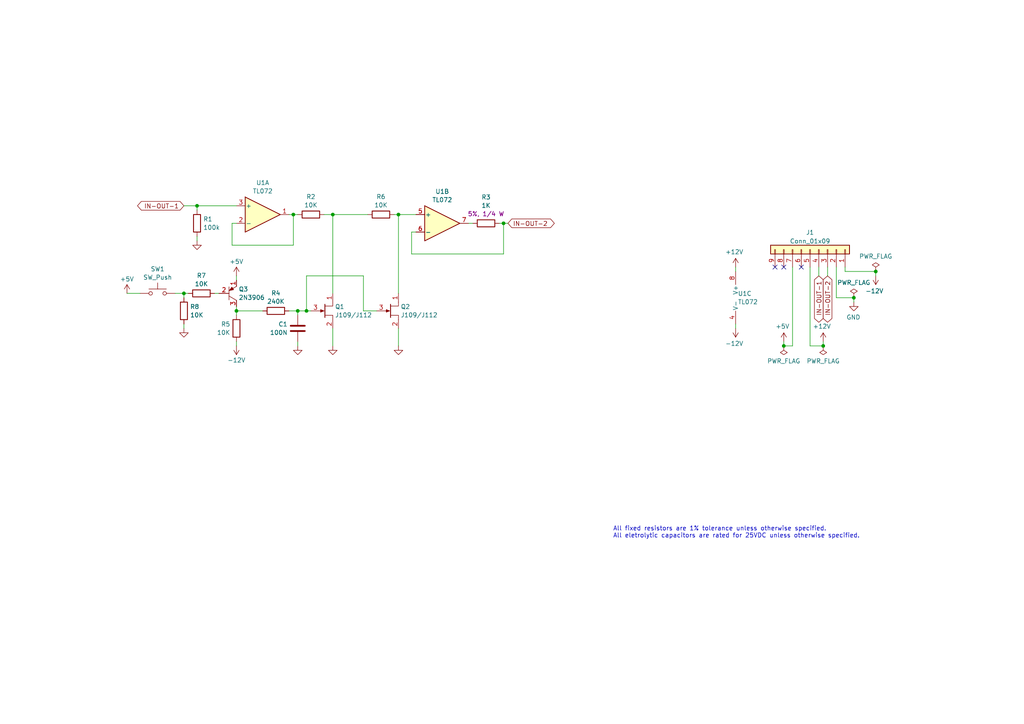
<source format=kicad_sch>
(kicad_sch (version 20230121) (generator eeschema)

  (uuid a1a9a0d8-c6de-418f-9a57-bf7f74b6d401)

  (paper "A4")

  (title_block
    (title "JFET Switch Prototype")
    (date "2021-10-06")
    (rev "1.0")
    (company "Len Popp")
    (comment 1 "Copyright © 2023 Len Popp CC BY")
    (comment 2 "Circuit design for my custom Eurorack breadboard prototyping module")
  )

  (lib_symbols
    (symbol "-lmp-opamp:TL072" (pin_names (offset 0.127)) (in_bom yes) (on_board yes)
      (property "Reference" "U" (at 0 5.08 0)
        (effects (font (size 1.27 1.27)) (justify left))
      )
      (property "Value" "TL072" (at 0 -5.08 0)
        (effects (font (size 1.27 1.27)) (justify left))
      )
      (property "Footprint" "Package_DIP:DIP-8_W7.62mm" (at 0 0 0)
        (effects (font (size 1.27 1.27)) hide)
      )
      (property "Datasheet" "https://www.ti.com/lit/ds/symlink/tl072b.pdf?ts=1628812694194" (at 0 0 0)
        (effects (font (size 1.27 1.27)) hide)
      )
      (property "Manufacturer" "Texas Instruments" (at 0 0 0)
        (effects (font (size 1.27 1.27)) hide)
      )
      (property "ManufacturerPartNum" "TL072BCP" (at 0 0 0)
        (effects (font (size 1.27 1.27)) hide)
      )
      (property "Distributor" "Mouser" (at 0 0 0)
        (effects (font (size 1.27 1.27)) hide)
      )
      (property "DistributorPartNum" "595-TL072BCP" (at 0 0 0)
        (effects (font (size 1.27 1.27)) hide)
      )
      (property "DistributorPartLink" "https://www.mouser.ca/ProductDetail/Texas-Instruments/TL072BCP?qs=p6YqzpSxLIxmo8AyZLsP4g%3D%3D" (at 0 0 0)
        (effects (font (size 1.27 1.27)) hide)
      )
      (property "ki_locked" "" (at 0 0 0)
        (effects (font (size 1.27 1.27)))
      )
      (property "ki_keywords" "dual opamp" (at 0 0 0)
        (effects (font (size 1.27 1.27)) hide)
      )
      (property "ki_description" "Dual Low-Noise JFET-Input Operational Amplifiers, DIP-8/SOIC-8" (at 0 0 0)
        (effects (font (size 1.27 1.27)) hide)
      )
      (property "ki_fp_filters" "SOIC*3.9x4.9mm*P1.27mm* DIP*W7.62mm* TO*99* OnSemi*Micro8* TSSOP*3x3mm*P0.65mm* TSSOP*4.4x3mm*P0.65mm* MSOP*3x3mm*P0.65mm* SSOP*3.9x4.9mm*P0.635mm* LFCSP*2x2mm*P0.5mm* *SIP* SOIC*5.3x6.2mm*P1.27mm*" (at 0 0 0)
        (effects (font (size 1.27 1.27)) hide)
      )
      (symbol "TL072_1_1"
        (polyline
          (pts
            (xy -5.08 5.08)
            (xy 5.08 0)
            (xy -5.08 -5.08)
            (xy -5.08 5.08)
          )
          (stroke (width 0.254) (type default))
          (fill (type background))
        )
        (pin output line (at 7.62 0 180) (length 2.54)
          (name "~" (effects (font (size 1.27 1.27))))
          (number "1" (effects (font (size 1.27 1.27))))
        )
        (pin input line (at -7.62 -2.54 0) (length 2.54)
          (name "-" (effects (font (size 1.27 1.27))))
          (number "2" (effects (font (size 1.27 1.27))))
        )
        (pin input line (at -7.62 2.54 0) (length 2.54)
          (name "+" (effects (font (size 1.27 1.27))))
          (number "3" (effects (font (size 1.27 1.27))))
        )
      )
      (symbol "TL072_2_1"
        (polyline
          (pts
            (xy -5.08 5.08)
            (xy 5.08 0)
            (xy -5.08 -5.08)
            (xy -5.08 5.08)
          )
          (stroke (width 0.254) (type default))
          (fill (type background))
        )
        (pin input line (at -7.62 2.54 0) (length 2.54)
          (name "+" (effects (font (size 1.27 1.27))))
          (number "5" (effects (font (size 1.27 1.27))))
        )
        (pin input line (at -7.62 -2.54 0) (length 2.54)
          (name "-" (effects (font (size 1.27 1.27))))
          (number "6" (effects (font (size 1.27 1.27))))
        )
        (pin output line (at 7.62 0 180) (length 2.54)
          (name "~" (effects (font (size 1.27 1.27))))
          (number "7" (effects (font (size 1.27 1.27))))
        )
      )
      (symbol "TL072_3_1"
        (pin power_in line (at -2.54 -7.62 90) (length 3.81)
          (name "V-" (effects (font (size 1.27 1.27))))
          (number "4" (effects (font (size 1.27 1.27))))
        )
        (pin power_in line (at -2.54 7.62 270) (length 3.81)
          (name "V+" (effects (font (size 1.27 1.27))))
          (number "8" (effects (font (size 1.27 1.27))))
        )
      )
    )
    (symbol "-lmp-power:+12V" (power) (pin_names (offset 0)) (in_bom yes) (on_board yes)
      (property "Reference" "#PWR" (at 0 -3.81 0)
        (effects (font (size 1.27 1.27)) hide)
      )
      (property "Value" "+12V" (at 0 3.556 0)
        (effects (font (size 1.27 1.27)))
      )
      (property "Footprint" "" (at 0 0 0)
        (effects (font (size 1.27 1.27)) hide)
      )
      (property "Datasheet" "" (at 0 0 0)
        (effects (font (size 1.27 1.27)) hide)
      )
      (property "ki_keywords" "power-flag" (at 0 0 0)
        (effects (font (size 1.27 1.27)) hide)
      )
      (property "ki_description" "Power symbol creates a global label with name \"+12V\"" (at 0 0 0)
        (effects (font (size 1.27 1.27)) hide)
      )
      (symbol "+12V_0_1"
        (polyline
          (pts
            (xy -0.762 1.27)
            (xy 0 2.54)
          )
          (stroke (width 0) (type default))
          (fill (type none))
        )
        (polyline
          (pts
            (xy 0 0)
            (xy 0 2.54)
          )
          (stroke (width 0) (type default))
          (fill (type none))
        )
        (polyline
          (pts
            (xy 0 2.54)
            (xy 0.762 1.27)
          )
          (stroke (width 0) (type default))
          (fill (type none))
        )
      )
      (symbol "+12V_1_1"
        (pin power_in line (at 0 0 90) (length 0) hide
          (name "+12V" (effects (font (size 1.27 1.27))))
          (number "1" (effects (font (size 1.27 1.27))))
        )
      )
    )
    (symbol "-lmp-power:+5V" (power) (pin_names (offset 0)) (in_bom yes) (on_board yes)
      (property "Reference" "#PWR" (at 0 -3.81 0)
        (effects (font (size 1.27 1.27)) hide)
      )
      (property "Value" "+5V" (at 0 3.556 0)
        (effects (font (size 1.27 1.27)))
      )
      (property "Footprint" "" (at 0 0 0)
        (effects (font (size 1.27 1.27)) hide)
      )
      (property "Datasheet" "" (at 0 0 0)
        (effects (font (size 1.27 1.27)) hide)
      )
      (property "ki_keywords" "power-flag" (at 0 0 0)
        (effects (font (size 1.27 1.27)) hide)
      )
      (property "ki_description" "Power symbol creates a global label with name \"+5V\"" (at 0 0 0)
        (effects (font (size 1.27 1.27)) hide)
      )
      (symbol "+5V_0_1"
        (polyline
          (pts
            (xy -0.762 1.27)
            (xy 0 2.54)
          )
          (stroke (width 0) (type default))
          (fill (type none))
        )
        (polyline
          (pts
            (xy 0 0)
            (xy 0 2.54)
          )
          (stroke (width 0) (type default))
          (fill (type none))
        )
        (polyline
          (pts
            (xy 0 2.54)
            (xy 0.762 1.27)
          )
          (stroke (width 0) (type default))
          (fill (type none))
        )
      )
      (symbol "+5V_1_1"
        (pin power_in line (at 0 0 90) (length 0) hide
          (name "+5V" (effects (font (size 1.27 1.27))))
          (number "1" (effects (font (size 1.27 1.27))))
        )
      )
    )
    (symbol "-lmp-power:-12V" (power) (pin_names (offset 0)) (in_bom yes) (on_board yes)
      (property "Reference" "#PWR" (at 0 3.81 0)
        (effects (font (size 1.27 1.27)) hide)
      )
      (property "Value" "-12V" (at 0 -3.556 0)
        (effects (font (size 1.27 1.27)))
      )
      (property "Footprint" "" (at 0 0 0)
        (effects (font (size 1.27 1.27)) hide)
      )
      (property "Datasheet" "" (at 0 0 0)
        (effects (font (size 1.27 1.27)) hide)
      )
      (property "ki_keywords" "power-flag" (at 0 0 0)
        (effects (font (size 1.27 1.27)) hide)
      )
      (property "ki_description" "Power symbol creates a global label with name \"-12V\"" (at 0 0 0)
        (effects (font (size 1.27 1.27)) hide)
      )
      (symbol "-12V_0_1"
        (polyline
          (pts
            (xy -0.762 -1.27)
            (xy 0 -2.54)
          )
          (stroke (width 0) (type default))
          (fill (type none))
        )
        (polyline
          (pts
            (xy 0 -2.54)
            (xy 0.762 -1.27)
          )
          (stroke (width 0) (type default))
          (fill (type none))
        )
        (polyline
          (pts
            (xy 0 0)
            (xy 0 -2.54)
          )
          (stroke (width 0) (type default))
          (fill (type none))
        )
      )
      (symbol "-12V_1_1"
        (pin power_in line (at 0 0 270) (length 0) hide
          (name "-12V" (effects (font (size 1.27 1.27))))
          (number "1" (effects (font (size 1.27 1.27))))
        )
      )
    )
    (symbol "-lmp-power:GND" (power) (pin_names (offset 0)) (in_bom yes) (on_board yes)
      (property "Reference" "#PWR" (at 0 -6.35 0)
        (effects (font (size 1.27 1.27)) hide)
      )
      (property "Value" "GND" (at 0 -3.81 0)
        (effects (font (size 1.27 1.27)))
      )
      (property "Footprint" "" (at 0 0 0)
        (effects (font (size 1.27 1.27)) hide)
      )
      (property "Datasheet" "" (at 0 0 0)
        (effects (font (size 1.27 1.27)) hide)
      )
      (property "ki_keywords" "power-flag" (at 0 0 0)
        (effects (font (size 1.27 1.27)) hide)
      )
      (property "ki_description" "Power symbol creates a global label with name \"GND\" , ground" (at 0 0 0)
        (effects (font (size 1.27 1.27)) hide)
      )
      (symbol "GND_0_1"
        (polyline
          (pts
            (xy 0 0)
            (xy 0 -1.27)
            (xy 1.27 -1.27)
            (xy 0 -2.54)
            (xy -1.27 -1.27)
            (xy 0 -1.27)
          )
          (stroke (width 0) (type default))
          (fill (type none))
        )
      )
      (symbol "GND_1_1"
        (pin power_in line (at 0 0 270) (length 0) hide
          (name "GND" (effects (font (size 1.27 1.27))))
          (number "1" (effects (font (size 1.27 1.27))))
        )
      )
    )
    (symbol "-lmp-power:PWR_FLAG" (power) (pin_numbers hide) (pin_names (offset 0) hide) (in_bom yes) (on_board yes)
      (property "Reference" "#FLG" (at 0 1.905 0)
        (effects (font (size 1.27 1.27)) hide)
      )
      (property "Value" "PWR_FLAG" (at 0 3.81 0)
        (effects (font (size 1.27 1.27)))
      )
      (property "Footprint" "" (at 0 0 0)
        (effects (font (size 1.27 1.27)) hide)
      )
      (property "Datasheet" "~" (at 0 0 0)
        (effects (font (size 1.27 1.27)) hide)
      )
      (property "ki_keywords" "power-flag" (at 0 0 0)
        (effects (font (size 1.27 1.27)) hide)
      )
      (property "ki_description" "Special symbol for telling ERC where power comes from" (at 0 0 0)
        (effects (font (size 1.27 1.27)) hide)
      )
      (symbol "PWR_FLAG_0_0"
        (pin power_out line (at 0 0 90) (length 0)
          (name "pwr" (effects (font (size 1.27 1.27))))
          (number "1" (effects (font (size 1.27 1.27))))
        )
      )
      (symbol "PWR_FLAG_0_1"
        (polyline
          (pts
            (xy 0 0)
            (xy 0 1.27)
            (xy -1.016 1.905)
            (xy 0 2.54)
            (xy 1.016 1.905)
            (xy 0 1.27)
          )
          (stroke (width 0) (type default))
          (fill (type none))
        )
      )
    )
    (symbol "-lmp-synth:R_1K_Output" (pin_numbers hide) (pin_names (offset 0)) (in_bom yes) (on_board yes)
      (property "Reference" "R" (at -2.286 0 90)
        (effects (font (size 1.27 1.27)))
      )
      (property "Value" "R_1K_Output" (at 2.413 0 90)
        (effects (font (size 1.27 1.27)))
      )
      (property "Footprint" "-lmp-misc:R_Axial_DIN0207_L6.3mm_D2.5mm_P10.16mm_Horizontal" (at -1.778 0 90)
        (effects (font (size 1.27 1.27)) hide)
      )
      (property "Datasheet" "https://www.mouser.ca/datasheet/2/427/ccf07-1762725.pdf" (at 0 0 0)
        (effects (font (size 1.27 1.27)) hide)
      )
      (property "Value2" "5%, 1/4 W" (at 4.445 0 90)
        (effects (font (size 1.27 1.27)))
      )
      (property "Note" "Output limiting" (at -1.905 -1.905 90)
        (effects (font (size 1.27 1.27)) hide)
      )
      (property "Manufacturer" "Vishay / Dale" (at 0 0 0)
        (effects (font (size 1.27 1.27)) hide)
      )
      (property "ManufacturerPartNum" "CCF071K00JKE36" (at 0 0 0)
        (effects (font (size 1.27 1.27)) hide)
      )
      (property "Distributor" "Mouser" (at -1.905 0 90)
        (effects (font (size 1.27 1.27)) hide)
      )
      (property "DistributorPartNum" "71-CCF071K00JKE36" (at 0 0 0)
        (effects (font (size 1.27 1.27)) hide)
      )
      (property "DistributorPartLink" "https://www.mouser.ca/ProductDetail/Vishay-Dale/CCF071K00JKE36?qs=sGAEpiMZZMsPqMdJzcrNwqw41JD0NFylHV1MADcQnpo%3D" (at 0 0 0)
        (effects (font (size 1.27 1.27)) hide)
      )
      (property "ki_keywords" "R res resistor" (at 0 0 0)
        (effects (font (size 1.27 1.27)) hide)
      )
      (property "ki_description" "Resistor" (at 0 0 0)
        (effects (font (size 1.27 1.27)) hide)
      )
      (property "ki_fp_filters" "R_*" (at 0 0 0)
        (effects (font (size 1.27 1.27)) hide)
      )
      (symbol "R_1K_Output_0_1"
        (rectangle (start -1.016 -2.54) (end 1.016 2.54)
          (stroke (width 0.254) (type default))
          (fill (type none))
        )
      )
      (symbol "R_1K_Output_1_1"
        (pin passive line (at 0 3.81 270) (length 1.27)
          (name "~" (effects (font (size 1.27 1.27))))
          (number "1" (effects (font (size 1.27 1.27))))
        )
        (pin passive line (at 0 -3.81 90) (length 1.27)
          (name "~" (effects (font (size 1.27 1.27))))
          (number "2" (effects (font (size 1.27 1.27))))
        )
      )
    )
    (symbol "-lmp:CC_100N" (pin_numbers hide) (pin_names (offset 0.254)) (in_bom yes) (on_board yes)
      (property "Reference" "C" (at 0.635 2.54 0)
        (effects (font (size 1.27 1.27)) (justify left))
      )
      (property "Value" "CC_100N" (at 0.635 -2.54 0)
        (effects (font (size 1.27 1.27)) (justify left))
      )
      (property "Footprint" "-lmp-misc:C_Disc_D5.0mm_W2.5mm_P2.50mm" (at 0.9652 -3.81 0)
        (effects (font (size 1.27 1.27)) hide)
      )
      (property "Datasheet" "https://product.tdk.com/system/files/dam/doc/product/capacitor/ceramic/lead-mlcc/catalog/leadmlcc_halogenfree_fg_en.pdf" (at -0.635 -3.81 0)
        (effects (font (size 1.27 1.27)) hide)
      )
      (property "Note" "IC decoupling" (at 0.635 -5.08 0)
        (effects (font (size 1.27 1.27)) (justify left) hide)
      )
      (property "Manufacturer" "TDK" (at 0 0 0)
        (effects (font (size 1.27 1.27)) hide)
      )
      (property "ManufacturerPartNum" "FG18X7R1H104KNT06" (at 0 0 0)
        (effects (font (size 1.27 1.27)) hide)
      )
      (property "Distributor" "Mouser" (at 0 0 0)
        (effects (font (size 1.27 1.27)) hide)
      )
      (property "DistributorPartNum" "810-FG18X7R1H104KNT6" (at 0 0 0)
        (effects (font (size 1.27 1.27)) hide)
      )
      (property "DistributorPartLink" "https://www.mouser.ca/ProductDetail/810-FG18X7R1H104KNT6" (at 0 0 0)
        (effects (font (size 1.27 1.27)) hide)
      )
      (property "ki_keywords" "cap capacitor ceramic" (at 0 0 0)
        (effects (font (size 1.27 1.27)) hide)
      )
      (property "ki_description" "Capacitor - Ceramic - IC decoupling" (at 0 0 0)
        (effects (font (size 1.27 1.27)) hide)
      )
      (property "ki_fp_filters" "C_*" (at 0 0 0)
        (effects (font (size 1.27 1.27)) hide)
      )
      (symbol "CC_100N_0_1"
        (polyline
          (pts
            (xy -2.032 -0.762)
            (xy 2.032 -0.762)
          )
          (stroke (width 0.508) (type default))
          (fill (type none))
        )
        (polyline
          (pts
            (xy -2.032 0.762)
            (xy 2.032 0.762)
          )
          (stroke (width 0.508) (type default))
          (fill (type none))
        )
      )
      (symbol "CC_100N_1_1"
        (pin passive line (at 0 3.81 270) (length 2.794)
          (name "~" (effects (font (size 1.27 1.27))))
          (number "1" (effects (font (size 1.27 1.27))))
        )
        (pin passive line (at 0 -3.81 90) (length 2.794)
          (name "~" (effects (font (size 1.27 1.27))))
          (number "2" (effects (font (size 1.27 1.27))))
        )
      )
    )
    (symbol "-lmp:Q_JFET_N_DSG" (pin_names (offset 0) hide) (in_bom yes) (on_board yes)
      (property "Reference" "Q" (at 5.08 1.27 0)
        (effects (font (size 1.27 1.27)) (justify left))
      )
      (property "Value" "Q_JFET_N_DSG" (at 5.08 -1.27 0)
        (effects (font (size 1.27 1.27)) (justify left))
      )
      (property "Footprint" "-lmp-misc:TO-92_Inline_Wide" (at 5.08 2.54 0)
        (effects (font (size 1.27 1.27)) hide)
      )
      (property "Datasheet" "~" (at 0 0 0)
        (effects (font (size 1.27 1.27)) hide)
      )
      (property "ki_keywords" "transistor NJFET N-JFET" (at 0 0 0)
        (effects (font (size 1.27 1.27)) hide)
      )
      (property "ki_description" "N-JFET transistor, drain/source/gate" (at 0 0 0)
        (effects (font (size 1.27 1.27)) hide)
      )
      (symbol "Q_JFET_N_DSG_0_1"
        (polyline
          (pts
            (xy 0.254 1.905)
            (xy 0.254 -1.905)
            (xy 0.254 -1.905)
          )
          (stroke (width 0.254) (type default))
          (fill (type none))
        )
        (polyline
          (pts
            (xy 2.54 -2.54)
            (xy 2.54 -1.27)
            (xy 0.254 -1.27)
          )
          (stroke (width 0) (type default))
          (fill (type none))
        )
        (polyline
          (pts
            (xy 2.54 2.54)
            (xy 2.54 1.397)
            (xy 0.254 1.397)
          )
          (stroke (width 0) (type default))
          (fill (type none))
        )
        (polyline
          (pts
            (xy 0 0)
            (xy -1.016 0.381)
            (xy -1.016 -0.381)
            (xy 0 0)
          )
          (stroke (width 0) (type default))
          (fill (type outline))
        )
      )
      (symbol "Q_JFET_N_DSG_1_1"
        (pin passive line (at 2.54 5.08 270) (length 2.54)
          (name "D" (effects (font (size 1.27 1.27))))
          (number "1" (effects (font (size 1.27 1.27))))
        )
        (pin passive line (at 2.54 -5.08 90) (length 2.54)
          (name "S" (effects (font (size 1.27 1.27))))
          (number "2" (effects (font (size 1.27 1.27))))
        )
        (pin input line (at -3.81 0 0) (length 2.667)
          (name "G" (effects (font (size 1.27 1.27))))
          (number "3" (effects (font (size 1.27 1.27))))
        )
      )
    )
    (symbol "-lmp:Q_PNP_2N3906" (pin_names (offset 0) hide) (in_bom yes) (on_board yes)
      (property "Reference" "Q" (at 4.445 1.905 0)
        (effects (font (size 1.27 1.27)) (justify left))
      )
      (property "Value" "Q_PNP_2N3906" (at 4.445 0 0)
        (effects (font (size 1.27 1.27)) (justify left))
      )
      (property "Footprint" "-lmp-misc:TO-92_Inline_Wide" (at 4.445 -1.905 0)
        (effects (font (size 1.27 1.27) italic) (justify left) hide)
      )
      (property "Datasheet" "https://www.onsemi.com/pub/Collateral/2N3906-D.PDF" (at 0 0 0)
        (effects (font (size 1.27 1.27)) (justify left) hide)
      )
      (property "Manufacturer" "ON Semiconductor / Fairchild" (at 0.0508 -4.826 0)
        (effects (font (size 1.27 1.27)) hide)
      )
      (property "ManufacturerPartNum" "2N3906TAR" (at 0.1016 -5.1308 0)
        (effects (font (size 1.27 1.27)) hide)
      )
      (property "Distributor" "Mouser" (at 0.1016 -5.1308 0)
        (effects (font (size 1.27 1.27)) hide)
      )
      (property "DistributorPartNum" "512-2N3906TAR" (at 0.1016 -5.1308 0)
        (effects (font (size 1.27 1.27)) hide)
      )
      (property "DistributorPartLink" "https://www.mouser.ca/ProductDetail/ON-Semiconductor-Fairchild/2N3906TAR?qs=VnWRSnLxLU2ypWvU5pgBbw%3D%3D" (at 0.0508 -4.826 0)
        (effects (font (size 1.27 1.27)) hide)
      )
      (property "ki_keywords" "PNP Transistor" (at 0 0 0)
        (effects (font (size 1.27 1.27)) hide)
      )
      (property "ki_description" "Small Signal PNP Transistor, -0.2A Ic, -40V Vce, TO-92" (at 0 0 0)
        (effects (font (size 1.27 1.27)) hide)
      )
      (property "ki_fp_filters" "TO?92*" (at 0 0 0)
        (effects (font (size 1.27 1.27)) hide)
      )
      (symbol "Q_PNP_2N3906_0_1"
        (polyline
          (pts
            (xy 0.381 -0.762)
            (xy 2.54 -2.032)
          )
          (stroke (width 0) (type default))
          (fill (type background))
        )
        (polyline
          (pts
            (xy 0.381 0.762)
            (xy 2.54 2.032)
          )
          (stroke (width 0) (type default))
          (fill (type none))
        )
        (polyline
          (pts
            (xy 0.381 1.905)
            (xy 0.381 -1.905)
            (xy 0.381 -1.905)
          )
          (stroke (width 0) (type default))
          (fill (type none))
        )
        (polyline
          (pts
            (xy 0.4572 0.8128)
            (xy 1.2192 1.8288)
            (xy 1.7272 1.0668)
            (xy 0.4572 0.8128)
          )
          (stroke (width 0) (type default))
          (fill (type outline))
        )
      )
      (symbol "Q_PNP_2N3906_1_1"
        (pin passive line (at 2.54 3.81 270) (length 1.778)
          (name "E" (effects (font (size 1.27 1.27))))
          (number "1" (effects (font (size 1.27 1.27))))
        )
        (pin passive line (at -2.54 0 0) (length 2.921)
          (name "B" (effects (font (size 1.27 1.27))))
          (number "2" (effects (font (size 1.27 1.27))))
        )
        (pin passive line (at 2.54 -3.81 90) (length 1.778)
          (name "C" (effects (font (size 1.27 1.27))))
          (number "3" (effects (font (size 1.27 1.27))))
        )
      )
    )
    (symbol "-lmp:R_1%_0W166" (pin_numbers hide) (pin_names (offset 0)) (in_bom yes) (on_board yes)
      (property "Reference" "R" (at -2.286 0 90)
        (effects (font (size 1.27 1.27)))
      )
      (property "Value" "R_1%_0W166" (at 2.413 0 90)
        (effects (font (size 1.27 1.27)))
      )
      (property "Footprint" "-lmp-misc:R_Axial_DIN0207_L6.3mm_D2.5mm_P7.62mm_Horizontal" (at -1.778 0 90)
        (effects (font (size 1.27 1.27)) hide)
      )
      (property "Datasheet" "https://www.mouser.ca/datasheet/2/447/Yageo_LR_MFR_1-1714151.pdf" (at 0 0 0)
        (effects (font (size 1.27 1.27)) hide)
      )
      (property "Manufacturer" "YAGEO" (at 0 0 0)
        (effects (font (size 1.27 1.27)) hide)
      )
      (property "ManufacturerPartNum" "MFR-12*" (at 0 0 0)
        (effects (font (size 1.27 1.27)) hide)
      )
      (property "Distributor" "Mouser" (at 0 0 0)
        (effects (font (size 1.27 1.27)) hide)
      )
      (property "DistributorPartNum" "603-MFR-12*" (at 0 0 0)
        (effects (font (size 1.27 1.27)) hide)
      )
      (property "DistributorPartLink" "https://www.mouser.ca/c/?m=YAGEO&power+rating=166+mW+(1%2f6+W)&tolerance=1+%25&instock=y" (at 0 0 0)
        (effects (font (size 1.27 1.27)) hide)
      )
      (property "Value2" "1%, 1/6 W" (at 4.953 0 90)
        (effects (font (size 1.27 1.27)) hide)
      )
      (property "ki_keywords" "R res resistor" (at 0 0 0)
        (effects (font (size 1.27 1.27)) hide)
      )
      (property "ki_description" "Resistor" (at 0 0 0)
        (effects (font (size 1.27 1.27)) hide)
      )
      (property "ki_fp_filters" "R_*" (at 0 0 0)
        (effects (font (size 1.27 1.27)) hide)
      )
      (symbol "R_1%_0W166_0_1"
        (rectangle (start -1.016 -2.54) (end 1.016 2.54)
          (stroke (width 0.254) (type default))
          (fill (type none))
        )
      )
      (symbol "R_1%_0W166_1_1"
        (pin passive line (at 0 3.81 270) (length 1.27)
          (name "~" (effects (font (size 1.27 1.27))))
          (number "1" (effects (font (size 1.27 1.27))))
        )
        (pin passive line (at 0 -3.81 90) (length 1.27)
          (name "~" (effects (font (size 1.27 1.27))))
          (number "2" (effects (font (size 1.27 1.27))))
        )
      )
    )
    (symbol "-lmp:SW_Push_Tact_6mm_2" (pin_numbers hide) (pin_names (offset 1.016) hide) (in_bom yes) (on_board yes)
      (property "Reference" "SW" (at 1.27 2.54 0)
        (effects (font (size 1.27 1.27)) (justify left))
      )
      (property "Value" "SW_Push_Tact_6mm_2" (at 0 -1.524 0)
        (effects (font (size 1.27 1.27)))
      )
      (property "Footprint" "-lmp-misc:SW_PUSH_6mm_2" (at 0 5.08 0)
        (effects (font (size 1.27 1.27)) hide)
      )
      (property "Datasheet" "https://www.mouser.ca/datasheet/2/418/1/NG_CD_2-1437565-2_P6-663780.pdf" (at 0 5.08 0)
        (effects (font (size 1.27 1.27)) hide)
      )
      (property "Manufacturer" "TE Connectivity / Alcoswitch" (at 0 0 0)
        (effects (font (size 1.27 1.27)) hide)
      )
      (property "ManufacturerPartNum" "FSM4JRT" (at 0 0 0)
        (effects (font (size 1.27 1.27)) hide)
      )
      (property "Distributor" "Mouser" (at 0 0 0)
        (effects (font (size 1.27 1.27)) hide)
      )
      (property "DistributorPartNum" "506-FSM4JRT" (at 0 0 0)
        (effects (font (size 1.27 1.27)) hide)
      )
      (property "DistributorPartLink" "https://www.mouser.ca/ProductDetail/TE-Connectivity-Alcoswitch/FSM4JRT?qs=k5V78Jg%2Feq5ZxoOe%2FIcPaQ%3D%3D" (at 0 0 0)
        (effects (font (size 1.27 1.27)) hide)
      )
      (property "ki_keywords" "switch normally-open pushbutton push-button" (at 0 0 0)
        (effects (font (size 1.27 1.27)) hide)
      )
      (property "ki_description" "Push button switch, tactile, 6mm, 2 pins" (at 0 0 0)
        (effects (font (size 1.27 1.27)) hide)
      )
      (symbol "SW_Push_Tact_6mm_2_0_1"
        (circle (center -2.032 0) (radius 0.508)
          (stroke (width 0) (type default))
          (fill (type none))
        )
        (polyline
          (pts
            (xy 0 1.27)
            (xy 0 3.048)
          )
          (stroke (width 0) (type default))
          (fill (type none))
        )
        (polyline
          (pts
            (xy 2.54 1.27)
            (xy -2.54 1.27)
          )
          (stroke (width 0) (type default))
          (fill (type none))
        )
        (circle (center 2.032 0) (radius 0.508)
          (stroke (width 0) (type default))
          (fill (type none))
        )
        (pin passive line (at -5.08 0 0) (length 2.54)
          (name "1" (effects (font (size 1.27 1.27))))
          (number "1" (effects (font (size 1.27 1.27))))
        )
        (pin passive line (at 5.08 0 180) (length 2.54)
          (name "2" (effects (font (size 1.27 1.27))))
          (number "2" (effects (font (size 1.27 1.27))))
        )
      )
    )
    (symbol "Connector_Generic:Conn_01x09" (pin_names (offset 1.016) hide) (in_bom yes) (on_board yes)
      (property "Reference" "J" (at 0 12.7 0)
        (effects (font (size 1.27 1.27)))
      )
      (property "Value" "Conn_01x09" (at 0 -12.7 0)
        (effects (font (size 1.27 1.27)))
      )
      (property "Footprint" "" (at 0 0 0)
        (effects (font (size 1.27 1.27)) hide)
      )
      (property "Datasheet" "~" (at 0 0 0)
        (effects (font (size 1.27 1.27)) hide)
      )
      (property "ki_keywords" "connector" (at 0 0 0)
        (effects (font (size 1.27 1.27)) hide)
      )
      (property "ki_description" "Generic connector, single row, 01x09, script generated (kicad-library-utils/schlib/autogen/connector/)" (at 0 0 0)
        (effects (font (size 1.27 1.27)) hide)
      )
      (property "ki_fp_filters" "Connector*:*_1x??_*" (at 0 0 0)
        (effects (font (size 1.27 1.27)) hide)
      )
      (symbol "Conn_01x09_1_1"
        (rectangle (start -1.27 -10.033) (end 0 -10.287)
          (stroke (width 0.1524) (type default))
          (fill (type none))
        )
        (rectangle (start -1.27 -7.493) (end 0 -7.747)
          (stroke (width 0.1524) (type default))
          (fill (type none))
        )
        (rectangle (start -1.27 -4.953) (end 0 -5.207)
          (stroke (width 0.1524) (type default))
          (fill (type none))
        )
        (rectangle (start -1.27 -2.413) (end 0 -2.667)
          (stroke (width 0.1524) (type default))
          (fill (type none))
        )
        (rectangle (start -1.27 0.127) (end 0 -0.127)
          (stroke (width 0.1524) (type default))
          (fill (type none))
        )
        (rectangle (start -1.27 2.667) (end 0 2.413)
          (stroke (width 0.1524) (type default))
          (fill (type none))
        )
        (rectangle (start -1.27 5.207) (end 0 4.953)
          (stroke (width 0.1524) (type default))
          (fill (type none))
        )
        (rectangle (start -1.27 7.747) (end 0 7.493)
          (stroke (width 0.1524) (type default))
          (fill (type none))
        )
        (rectangle (start -1.27 10.287) (end 0 10.033)
          (stroke (width 0.1524) (type default))
          (fill (type none))
        )
        (rectangle (start -1.27 11.43) (end 1.27 -11.43)
          (stroke (width 0.254) (type default))
          (fill (type background))
        )
        (pin passive line (at -5.08 10.16 0) (length 3.81)
          (name "Pin_1" (effects (font (size 1.27 1.27))))
          (number "1" (effects (font (size 1.27 1.27))))
        )
        (pin passive line (at -5.08 7.62 0) (length 3.81)
          (name "Pin_2" (effects (font (size 1.27 1.27))))
          (number "2" (effects (font (size 1.27 1.27))))
        )
        (pin passive line (at -5.08 5.08 0) (length 3.81)
          (name "Pin_3" (effects (font (size 1.27 1.27))))
          (number "3" (effects (font (size 1.27 1.27))))
        )
        (pin passive line (at -5.08 2.54 0) (length 3.81)
          (name "Pin_4" (effects (font (size 1.27 1.27))))
          (number "4" (effects (font (size 1.27 1.27))))
        )
        (pin passive line (at -5.08 0 0) (length 3.81)
          (name "Pin_5" (effects (font (size 1.27 1.27))))
          (number "5" (effects (font (size 1.27 1.27))))
        )
        (pin passive line (at -5.08 -2.54 0) (length 3.81)
          (name "Pin_6" (effects (font (size 1.27 1.27))))
          (number "6" (effects (font (size 1.27 1.27))))
        )
        (pin passive line (at -5.08 -5.08 0) (length 3.81)
          (name "Pin_7" (effects (font (size 1.27 1.27))))
          (number "7" (effects (font (size 1.27 1.27))))
        )
        (pin passive line (at -5.08 -7.62 0) (length 3.81)
          (name "Pin_8" (effects (font (size 1.27 1.27))))
          (number "8" (effects (font (size 1.27 1.27))))
        )
        (pin passive line (at -5.08 -10.16 0) (length 3.81)
          (name "Pin_9" (effects (font (size 1.27 1.27))))
          (number "9" (effects (font (size 1.27 1.27))))
        )
      )
    )
    (symbol "GND_1" (power) (pin_numbers hide) (pin_names (offset 0) hide) (in_bom yes) (on_board yes)
      (property "Reference" "#PWR" (at 0 -6.35 0)
        (effects (font (size 1.27 1.27)) hide)
      )
      (property "Value" "GND_1" (at 0 -3.81 0)
        (effects (font (size 1.27 1.27)) hide)
      )
      (property "Footprint" "" (at 0 0 0)
        (effects (font (size 1.27 1.27)) hide)
      )
      (property "Datasheet" "" (at 0 0 0)
        (effects (font (size 1.27 1.27)) hide)
      )
      (property "ki_keywords" "power-flag" (at 0 0 0)
        (effects (font (size 1.27 1.27)) hide)
      )
      (property "ki_description" "Power symbol creates a global label with name \"GND\" , ground" (at 0 0 0)
        (effects (font (size 1.27 1.27)) hide)
      )
      (symbol "GND_1_0_1"
        (polyline
          (pts
            (xy 0 0)
            (xy 0 -1.27)
            (xy 1.27 -1.27)
            (xy 0 -2.54)
            (xy -1.27 -1.27)
            (xy 0 -1.27)
          )
          (stroke (width 0) (type default))
          (fill (type none))
        )
      )
      (symbol "GND_1_1_1"
        (pin power_in line (at 0 0 270) (length 0) hide
          (name "GND" (effects (font (size 1.27 1.27))))
          (number "1" (effects (font (size 1.27 1.27))))
        )
      )
    )
    (symbol "GND_2" (power) (pin_numbers hide) (pin_names (offset 0) hide) (in_bom yes) (on_board yes)
      (property "Reference" "#PWR" (at 0 -6.35 0)
        (effects (font (size 1.27 1.27)) hide)
      )
      (property "Value" "GND_2" (at 0 -3.81 0)
        (effects (font (size 1.27 1.27)) hide)
      )
      (property "Footprint" "" (at 0 0 0)
        (effects (font (size 1.27 1.27)) hide)
      )
      (property "Datasheet" "" (at 0 0 0)
        (effects (font (size 1.27 1.27)) hide)
      )
      (property "ki_keywords" "power-flag" (at 0 0 0)
        (effects (font (size 1.27 1.27)) hide)
      )
      (property "ki_description" "Power symbol creates a global label with name \"GND\" , ground" (at 0 0 0)
        (effects (font (size 1.27 1.27)) hide)
      )
      (symbol "GND_2_0_1"
        (polyline
          (pts
            (xy 0 0)
            (xy 0 -1.27)
            (xy 1.27 -1.27)
            (xy 0 -2.54)
            (xy -1.27 -1.27)
            (xy 0 -1.27)
          )
          (stroke (width 0) (type default))
          (fill (type none))
        )
      )
      (symbol "GND_2_1_1"
        (pin power_in line (at 0 0 270) (length 0) hide
          (name "GND" (effects (font (size 1.27 1.27))))
          (number "1" (effects (font (size 1.27 1.27))))
        )
      )
    )
    (symbol "GND_3" (power) (pin_numbers hide) (pin_names (offset 0) hide) (in_bom yes) (on_board yes)
      (property "Reference" "#PWR" (at 0 -6.35 0)
        (effects (font (size 1.27 1.27)) hide)
      )
      (property "Value" "GND_3" (at 0 -3.81 0)
        (effects (font (size 1.27 1.27)) hide)
      )
      (property "Footprint" "" (at 0 0 0)
        (effects (font (size 1.27 1.27)) hide)
      )
      (property "Datasheet" "" (at 0 0 0)
        (effects (font (size 1.27 1.27)) hide)
      )
      (property "ki_keywords" "power-flag" (at 0 0 0)
        (effects (font (size 1.27 1.27)) hide)
      )
      (property "ki_description" "Power symbol creates a global label with name \"GND\" , ground" (at 0 0 0)
        (effects (font (size 1.27 1.27)) hide)
      )
      (symbol "GND_3_0_1"
        (polyline
          (pts
            (xy 0 0)
            (xy 0 -1.27)
            (xy 1.27 -1.27)
            (xy 0 -2.54)
            (xy -1.27 -1.27)
            (xy 0 -1.27)
          )
          (stroke (width 0) (type default))
          (fill (type none))
        )
      )
      (symbol "GND_3_1_1"
        (pin power_in line (at 0 0 270) (length 0) hide
          (name "GND" (effects (font (size 1.27 1.27))))
          (number "1" (effects (font (size 1.27 1.27))))
        )
      )
    )
    (symbol "GND_4" (power) (pin_numbers hide) (pin_names (offset 0) hide) (in_bom yes) (on_board yes)
      (property "Reference" "#PWR" (at 0 -6.35 0)
        (effects (font (size 1.27 1.27)) hide)
      )
      (property "Value" "GND_4" (at 0 -3.81 0)
        (effects (font (size 1.27 1.27)) hide)
      )
      (property "Footprint" "" (at 0 0 0)
        (effects (font (size 1.27 1.27)) hide)
      )
      (property "Datasheet" "" (at 0 0 0)
        (effects (font (size 1.27 1.27)) hide)
      )
      (property "ki_keywords" "power-flag" (at 0 0 0)
        (effects (font (size 1.27 1.27)) hide)
      )
      (property "ki_description" "Power symbol creates a global label with name \"GND\" , ground" (at 0 0 0)
        (effects (font (size 1.27 1.27)) hide)
      )
      (symbol "GND_4_0_1"
        (polyline
          (pts
            (xy 0 0)
            (xy 0 -1.27)
            (xy 1.27 -1.27)
            (xy 0 -2.54)
            (xy -1.27 -1.27)
            (xy 0 -1.27)
          )
          (stroke (width 0) (type default))
          (fill (type none))
        )
      )
      (symbol "GND_4_1_1"
        (pin power_in line (at 0 0 270) (length 0) hide
          (name "GND" (effects (font (size 1.27 1.27))))
          (number "1" (effects (font (size 1.27 1.27))))
        )
      )
    )
  )

  (junction (at 57.15 59.69) (diameter 0) (color 0 0 0 0)
    (uuid 0b661df6-0acc-45fc-858b-355849cf47a4)
  )
  (junction (at 146.05 64.77) (diameter 0) (color 0 0 0 0)
    (uuid 0d73ddda-44a6-4383-b1f8-e732ba511ba3)
  )
  (junction (at 115.57 62.23) (diameter 0) (color 0 0 0 0)
    (uuid 3ff8b8d1-a5bc-4d3e-b921-28a63e128580)
  )
  (junction (at 68.58 90.17) (diameter 0) (color 0 0 0 0)
    (uuid 44c28e7e-b2ab-43bd-b42e-cc395837b659)
  )
  (junction (at 88.9 90.17) (diameter 0) (color 0 0 0 0)
    (uuid 49193381-6ffb-4a58-bcf2-022dc6b26026)
  )
  (junction (at 247.65 86.36) (diameter 0) (color 0 0 0 0)
    (uuid 7ea85228-de9d-46bb-aa3c-34dfb8e54239)
  )
  (junction (at 238.76 100.33) (diameter 0) (color 0 0 0 0)
    (uuid 83c70ce6-e441-4b07-80a6-2f5fb8a6492d)
  )
  (junction (at 85.09 62.23) (diameter 0) (color 0 0 0 0)
    (uuid 99c2b243-5dc7-43c1-b1bc-68c3b7f15f71)
  )
  (junction (at 96.52 62.23) (diameter 0) (color 0 0 0 0)
    (uuid bba6dc0e-468a-423a-9f78-458a22a4fc9d)
  )
  (junction (at 53.34 85.09) (diameter 0) (color 0 0 0 0)
    (uuid beb60591-33c9-4f14-856f-20ecf3951e25)
  )
  (junction (at 86.36 90.17) (diameter 0) (color 0 0 0 0)
    (uuid c50f1f88-a5a8-42db-a623-bd2d86e5e93e)
  )
  (junction (at 254 78.74) (diameter 0) (color 0 0 0 0)
    (uuid d1038279-4eb4-4065-836c-dbd8cfc6d4a4)
  )
  (junction (at 227.33 100.33) (diameter 0) (color 0 0 0 0)
    (uuid e06225e3-eb34-4222-b283-4c5fa1a14550)
  )

  (no_connect (at 227.33 77.47) (uuid 291469fa-d026-42c6-a73d-271d2641bc98))
  (no_connect (at 224.79 77.47) (uuid 3267d556-a9f2-472a-8a38-ba068ecb225f))
  (no_connect (at 232.41 77.47) (uuid 90a74f5e-7380-4ff0-bb5e-d9d5841f174b))

  (wire (pts (xy 68.58 80.01) (xy 68.58 81.28))
    (stroke (width 0) (type default))
    (uuid 05a434ce-1573-4479-9ad2-6c98fdea440e)
  )
  (wire (pts (xy 36.83 85.09) (xy 40.64 85.09))
    (stroke (width 0) (type default))
    (uuid 1226616d-b285-4a05-8b80-6d0a053865d7)
  )
  (wire (pts (xy 146.05 64.77) (xy 147.32 64.77))
    (stroke (width 0) (type default))
    (uuid 146be38a-f6e1-40ee-b450-f58c1594ce3a)
  )
  (wire (pts (xy 237.49 77.47) (xy 237.49 80.01))
    (stroke (width 0) (type default))
    (uuid 15f06c58-f54a-4e99-8411-3b02ee2b6d87)
  )
  (wire (pts (xy 227.33 100.33) (xy 229.87 100.33))
    (stroke (width 0) (type default))
    (uuid 16a7e0a2-3e0c-4e8d-a95d-0aa2745b5fd4)
  )
  (wire (pts (xy 146.05 73.66) (xy 146.05 64.77))
    (stroke (width 0) (type default))
    (uuid 189c5818-e14d-41a1-87cc-a709a25e36ef)
  )
  (wire (pts (xy 245.11 78.74) (xy 254 78.74))
    (stroke (width 0) (type default))
    (uuid 1b59498e-fed4-40a3-97df-2886f1711aad)
  )
  (wire (pts (xy 254 78.74) (xy 254 80.01))
    (stroke (width 0) (type default))
    (uuid 205abb1a-e53d-43ca-8aa5-51b63e522399)
  )
  (wire (pts (xy 53.34 59.69) (xy 57.15 59.69))
    (stroke (width 0) (type default))
    (uuid 232f3d91-bdb8-4981-a7f9-c772c6552f8b)
  )
  (wire (pts (xy 86.36 90.17) (xy 88.9 90.17))
    (stroke (width 0) (type default))
    (uuid 252efd17-9402-443a-98ee-cfae27cbc36a)
  )
  (wire (pts (xy 57.15 60.96) (xy 57.15 59.69))
    (stroke (width 0) (type default))
    (uuid 26a826a4-eb64-4474-a127-c87f83d01ec2)
  )
  (wire (pts (xy 96.52 62.23) (xy 96.52 85.09))
    (stroke (width 0) (type default))
    (uuid 294e3ef9-f712-4187-9939-cb2708b897b0)
  )
  (wire (pts (xy 85.09 71.12) (xy 67.31 71.12))
    (stroke (width 0) (type default))
    (uuid 2b93d668-78b6-4271-9057-4403391bfb43)
  )
  (wire (pts (xy 83.82 90.17) (xy 86.36 90.17))
    (stroke (width 0) (type default))
    (uuid 2db60fb0-c411-4c31-ba31-ad5515afb05e)
  )
  (wire (pts (xy 135.89 64.77) (xy 137.16 64.77))
    (stroke (width 0) (type default))
    (uuid 2faec352-0c02-443f-9f80-a15f8832d98f)
  )
  (wire (pts (xy 86.36 99.06) (xy 86.36 100.33))
    (stroke (width 0) (type default))
    (uuid 34fe67d8-db15-4f50-aaec-70882bb4f859)
  )
  (wire (pts (xy 227.33 99.06) (xy 227.33 100.33))
    (stroke (width 0) (type default))
    (uuid 429879b2-b02e-428e-aa75-e3e41021046f)
  )
  (wire (pts (xy 88.9 90.17) (xy 90.17 90.17))
    (stroke (width 0) (type default))
    (uuid 4f2fc8ab-26a3-42d9-9330-0dff7cfa55d0)
  )
  (wire (pts (xy 229.87 100.33) (xy 229.87 77.47))
    (stroke (width 0) (type default))
    (uuid 529203ba-fbff-4f97-b041-152e441619f5)
  )
  (wire (pts (xy 234.95 100.33) (xy 238.76 100.33))
    (stroke (width 0) (type default))
    (uuid 554b8be7-1943-45a4-a457-6b2d60ac1024)
  )
  (wire (pts (xy 240.03 80.01) (xy 240.03 77.47))
    (stroke (width 0) (type default))
    (uuid 57d975d4-6607-4de8-909d-121b06b236cd)
  )
  (wire (pts (xy 57.15 69.85) (xy 57.15 68.58))
    (stroke (width 0) (type default))
    (uuid 62e3eb64-b8b7-4a32-9ecc-6b0554654307)
  )
  (wire (pts (xy 105.41 80.01) (xy 88.9 80.01))
    (stroke (width 0) (type default))
    (uuid 6afe392b-f522-4508-974a-88558789787f)
  )
  (wire (pts (xy 245.11 78.74) (xy 245.11 77.47))
    (stroke (width 0) (type default))
    (uuid 6c027193-51a5-47ee-909d-a5cb24c49931)
  )
  (wire (pts (xy 115.57 62.23) (xy 120.65 62.23))
    (stroke (width 0) (type default))
    (uuid 77d70e3d-1930-4637-8e45-3b0d8ccd82f1)
  )
  (wire (pts (xy 247.65 86.36) (xy 242.57 86.36))
    (stroke (width 0) (type default))
    (uuid 78eaf86f-e933-4844-b00d-e0b3fe26d052)
  )
  (wire (pts (xy 144.78 64.77) (xy 146.05 64.77))
    (stroke (width 0) (type default))
    (uuid 7f2bbefb-6fa7-4f2e-a334-be6c7a5914a4)
  )
  (wire (pts (xy 53.34 85.09) (xy 54.61 85.09))
    (stroke (width 0) (type default))
    (uuid 840508cb-dfa3-40a6-97a0-d8f2d57cd4c7)
  )
  (wire (pts (xy 115.57 62.23) (xy 115.57 85.09))
    (stroke (width 0) (type default))
    (uuid 85840321-5873-40eb-af25-1acd7534c459)
  )
  (wire (pts (xy 109.22 90.17) (xy 105.41 90.17))
    (stroke (width 0) (type default))
    (uuid 85c8e383-42bd-4adf-b4bf-dcd7af7e95d6)
  )
  (wire (pts (xy 50.8 85.09) (xy 53.34 85.09))
    (stroke (width 0) (type default))
    (uuid 8c32c39e-60a6-4c25-997d-10612ff62e6a)
  )
  (wire (pts (xy 119.38 67.31) (xy 120.65 67.31))
    (stroke (width 0) (type default))
    (uuid 8d6583ef-319f-44f2-ab13-dfbf4cc608bf)
  )
  (wire (pts (xy 68.58 90.17) (xy 68.58 91.44))
    (stroke (width 0) (type default))
    (uuid 8de40d4f-aa99-48bc-8e54-048644572097)
  )
  (wire (pts (xy 53.34 85.09) (xy 53.34 86.36))
    (stroke (width 0) (type default))
    (uuid 9ea276ca-38ea-429c-b61e-889eb61c0dd3)
  )
  (wire (pts (xy 53.34 93.98) (xy 53.34 95.25))
    (stroke (width 0) (type default))
    (uuid a0203536-c105-4cb8-b9f0-bf81f2a6565d)
  )
  (wire (pts (xy 67.31 64.77) (xy 68.58 64.77))
    (stroke (width 0) (type default))
    (uuid a1259f36-b0de-4a09-9b45-d00288cbd045)
  )
  (wire (pts (xy 213.36 77.47) (xy 213.36 78.74))
    (stroke (width 0) (type default))
    (uuid a3343cc9-f0ef-44fc-8802-25ce88e71c86)
  )
  (wire (pts (xy 93.98 62.23) (xy 96.52 62.23))
    (stroke (width 0) (type default))
    (uuid a3e458ce-8401-4468-a961-196bc192535d)
  )
  (wire (pts (xy 119.38 67.31) (xy 119.38 73.66))
    (stroke (width 0) (type default))
    (uuid a93ac0a6-894d-4bcc-bbb6-93e88d5592b6)
  )
  (wire (pts (xy 62.23 85.09) (xy 63.5 85.09))
    (stroke (width 0) (type default))
    (uuid aa35e606-e504-43a9-a0b5-ef83d4021bca)
  )
  (wire (pts (xy 238.76 99.06) (xy 238.76 100.33))
    (stroke (width 0) (type default))
    (uuid aa79643c-4152-4c50-aba6-7db5a76f9181)
  )
  (wire (pts (xy 105.41 90.17) (xy 105.41 80.01))
    (stroke (width 0) (type default))
    (uuid afd7899b-fe8d-491c-9cdb-0056914fd896)
  )
  (wire (pts (xy 67.31 71.12) (xy 67.31 64.77))
    (stroke (width 0) (type default))
    (uuid c3b61b2e-8691-431d-b510-0c0a5a7cecab)
  )
  (wire (pts (xy 88.9 80.01) (xy 88.9 90.17))
    (stroke (width 0) (type default))
    (uuid c5ddfbfc-54bb-450d-9449-055fa844272f)
  )
  (wire (pts (xy 83.82 62.23) (xy 85.09 62.23))
    (stroke (width 0) (type default))
    (uuid d43259de-0a0e-4669-a672-194705293b19)
  )
  (wire (pts (xy 96.52 95.25) (xy 96.52 100.33))
    (stroke (width 0) (type default))
    (uuid d8ed2a25-5a86-4ef0-a420-cd0c3a2d5cf3)
  )
  (wire (pts (xy 213.36 93.98) (xy 213.36 95.25))
    (stroke (width 0) (type default))
    (uuid d8fe3f4d-de72-4c75-8cfe-3c857e346b8b)
  )
  (wire (pts (xy 86.36 90.17) (xy 86.36 91.44))
    (stroke (width 0) (type default))
    (uuid d9b56566-ee38-48bb-82f2-a3a426e27bde)
  )
  (wire (pts (xy 85.09 62.23) (xy 86.36 62.23))
    (stroke (width 0) (type default))
    (uuid da6fa2d5-7c78-444f-90f5-2372f8b89589)
  )
  (wire (pts (xy 68.58 99.06) (xy 68.58 100.33))
    (stroke (width 0) (type default))
    (uuid de1f3509-440c-4189-af23-d6f9259e0871)
  )
  (wire (pts (xy 119.38 73.66) (xy 146.05 73.66))
    (stroke (width 0) (type default))
    (uuid e234a0b3-2b0d-4415-882a-b8865797e49e)
  )
  (wire (pts (xy 114.3 62.23) (xy 115.57 62.23))
    (stroke (width 0) (type default))
    (uuid e44b26fe-42cd-4cca-8d7a-cf2c3a430a88)
  )
  (wire (pts (xy 247.65 87.63) (xy 247.65 86.36))
    (stroke (width 0) (type default))
    (uuid e8706f54-c7a3-4555-82cd-9229fecbdb14)
  )
  (wire (pts (xy 234.95 77.47) (xy 234.95 100.33))
    (stroke (width 0) (type default))
    (uuid eaabaedd-2c12-4bc6-baad-1eeb19b7d0ae)
  )
  (wire (pts (xy 96.52 62.23) (xy 106.68 62.23))
    (stroke (width 0) (type default))
    (uuid eae7ad34-17be-4725-ae7c-5cb8e8f8639b)
  )
  (wire (pts (xy 68.58 88.9) (xy 68.58 90.17))
    (stroke (width 0) (type default))
    (uuid f25f9c72-9d5d-4331-a77d-64c613784d67)
  )
  (wire (pts (xy 68.58 90.17) (xy 76.2 90.17))
    (stroke (width 0) (type default))
    (uuid f28b26f9-450b-48ed-8ee4-bbf9e20a705c)
  )
  (wire (pts (xy 85.09 62.23) (xy 85.09 71.12))
    (stroke (width 0) (type default))
    (uuid f4008fa2-d2e0-4a84-a9f8-21d1719f78a2)
  )
  (wire (pts (xy 57.15 59.69) (xy 68.58 59.69))
    (stroke (width 0) (type default))
    (uuid f4f89f8e-ea93-4ae8-989a-c074e6e8b064)
  )
  (wire (pts (xy 242.57 77.47) (xy 242.57 86.36))
    (stroke (width 0) (type default))
    (uuid faeb5b72-ca69-4936-8963-e27b1abea091)
  )
  (wire (pts (xy 115.57 95.25) (xy 115.57 100.33))
    (stroke (width 0) (type default))
    (uuid fe51282e-ef03-4202-b1b2-e97ff3a48b73)
  )

  (text "All fixed resistors are 1% tolerance unless otherwise specified.\nAll eletrolytic capacitors are rated for 25VDC unless otherwise specified."
    (at 177.8 156.21 0)
    (effects (font (size 1.27 1.27)) (justify left bottom))
    (uuid 97954bdd-6f0e-481b-b33b-a2801266daa9)
  )

  (global_label "IN-OUT-2" (shape bidirectional) (at 147.32 64.77 0) (fields_autoplaced)
    (effects (font (size 1.27 1.27)) (justify left))
    (uuid 451ef5b8-b2c3-4625-b3f9-05b0fa53dc32)
    (property "Intersheetrefs" "${INTERSHEET_REFS}" (at 160.5217 64.77 0)
      (effects (font (size 1.27 1.27)) (justify left) hide)
    )
  )
  (global_label "IN-OUT-1" (shape bidirectional) (at 53.34 59.69 180) (fields_autoplaced)
    (effects (font (size 1.27 1.27)) (justify right))
    (uuid 9dcf0336-5cc2-43f4-8317-b4234437ddbb)
    (property "Intersheetrefs" "${INTERSHEET_REFS}" (at 40.1383 59.69 0)
      (effects (font (size 1.27 1.27)) (justify right) hide)
    )
  )
  (global_label "IN-OUT-1" (shape bidirectional) (at 237.49 80.01 270) (fields_autoplaced)
    (effects (font (size 1.27 1.27)) (justify right))
    (uuid bd8354e6-6367-4dcd-aa20-50a90c915d71)
    (property "Intersheetrefs" "${INTERSHEET_REFS}" (at 142.24 -46.99 0)
      (effects (font (size 1.27 1.27)) (justify left) hide)
    )
  )
  (global_label "IN-OUT-2" (shape bidirectional) (at 240.03 80.01 270) (fields_autoplaced)
    (effects (font (size 1.27 1.27)) (justify right))
    (uuid ef9ab9de-65de-453b-92d1-8911d65e0733)
    (property "Intersheetrefs" "${INTERSHEET_REFS}" (at 142.24 -46.99 0)
      (effects (font (size 1.27 1.27)) (justify left) hide)
    )
  )

  (symbol (lib_id "-lmp-power:GND") (at 247.65 87.63 0) (mirror y) (unit 1)
    (in_bom yes) (on_board yes) (dnp no)
    (uuid 00000000-0000-0000-0000-000060c80bf1)
    (property "Reference" "#PWR04" (at 247.65 93.98 0)
      (effects (font (size 1.27 1.27)) hide)
    )
    (property "Value" "GND" (at 247.523 92.0242 0)
      (effects (font (size 1.27 1.27)))
    )
    (property "Footprint" "" (at 247.65 87.63 0)
      (effects (font (size 1.27 1.27)) hide)
    )
    (property "Datasheet" "" (at 247.65 87.63 0)
      (effects (font (size 1.27 1.27)) hide)
    )
    (pin "1" (uuid e2ec5c16-1e72-4a79-81b2-711742440b39))
    (instances
      (project "prototype"
        (path "/a1a9a0d8-c6de-418f-9a57-bf7f74b6d401"
          (reference "#PWR04") (unit 1)
        )
      )
    )
  )

  (symbol (lib_id "-lmp-power:+12V") (at 238.76 99.06 0) (mirror y) (unit 1)
    (in_bom yes) (on_board yes) (dnp no)
    (uuid 00000000-0000-0000-0000-000060c86281)
    (property "Reference" "#PWR03" (at 238.76 102.87 0)
      (effects (font (size 1.27 1.27)) hide)
    )
    (property "Value" "+12V" (at 238.379 94.6658 0)
      (effects (font (size 1.27 1.27)))
    )
    (property "Footprint" "" (at 238.76 99.06 0)
      (effects (font (size 1.27 1.27)) hide)
    )
    (property "Datasheet" "" (at 238.76 99.06 0)
      (effects (font (size 1.27 1.27)) hide)
    )
    (pin "1" (uuid cb9b7848-9d34-4033-abc0-fb3ddbc2d6ee))
    (instances
      (project "prototype"
        (path "/a1a9a0d8-c6de-418f-9a57-bf7f74b6d401"
          (reference "#PWR03") (unit 1)
        )
      )
    )
  )

  (symbol (lib_id "-lmp-power:-12V") (at 254 80.01 0) (mirror y) (unit 1)
    (in_bom yes) (on_board yes) (dnp no)
    (uuid 00000000-0000-0000-0000-000060c864e4)
    (property "Reference" "#PWR05" (at 254 76.2 0)
      (effects (font (size 1.27 1.27)) hide)
    )
    (property "Value" "-12V" (at 253.619 84.4042 0)
      (effects (font (size 1.27 1.27)))
    )
    (property "Footprint" "" (at 254 80.01 0)
      (effects (font (size 1.27 1.27)) hide)
    )
    (property "Datasheet" "" (at 254 80.01 0)
      (effects (font (size 1.27 1.27)) hide)
    )
    (pin "1" (uuid 295c6d13-2059-4604-98a9-b81bcd528128))
    (instances
      (project "prototype"
        (path "/a1a9a0d8-c6de-418f-9a57-bf7f74b6d401"
          (reference "#PWR05") (unit 1)
        )
      )
    )
  )

  (symbol (lib_id "-lmp-power:PWR_FLAG") (at 254 78.74 0) (mirror y) (unit 1)
    (in_bom yes) (on_board yes) (dnp no)
    (uuid 00000000-0000-0000-0000-000060c8985d)
    (property "Reference" "#FLG04" (at 254 76.835 0)
      (effects (font (size 1.27 1.27)) hide)
    )
    (property "Value" "PWR_FLAG" (at 254 74.3458 0)
      (effects (font (size 1.27 1.27)))
    )
    (property "Footprint" "" (at 254 78.74 0)
      (effects (font (size 1.27 1.27)) hide)
    )
    (property "Datasheet" "~" (at 254 78.74 0)
      (effects (font (size 1.27 1.27)) hide)
    )
    (pin "1" (uuid 4e8fbe1c-0efa-4d82-afdb-411f88ec8eac))
    (instances
      (project "prototype"
        (path "/a1a9a0d8-c6de-418f-9a57-bf7f74b6d401"
          (reference "#FLG04") (unit 1)
        )
      )
    )
  )

  (symbol (lib_id "-lmp-power:PWR_FLAG") (at 238.76 100.33 0) (mirror x) (unit 1)
    (in_bom yes) (on_board yes) (dnp no)
    (uuid 00000000-0000-0000-0000-000060c89f71)
    (property "Reference" "#FLG05" (at 238.76 102.235 0)
      (effects (font (size 1.27 1.27)) hide)
    )
    (property "Value" "PWR_FLAG" (at 238.76 104.7242 0)
      (effects (font (size 1.27 1.27)))
    )
    (property "Footprint" "" (at 238.76 100.33 0)
      (effects (font (size 1.27 1.27)) hide)
    )
    (property "Datasheet" "~" (at 238.76 100.33 0)
      (effects (font (size 1.27 1.27)) hide)
    )
    (pin "1" (uuid e925a42c-cf60-4902-940a-ecd6ab9743a2))
    (instances
      (project "prototype"
        (path "/a1a9a0d8-c6de-418f-9a57-bf7f74b6d401"
          (reference "#FLG05") (unit 1)
        )
      )
    )
  )

  (symbol (lib_id "Connector_Generic:Conn_01x09") (at 234.95 72.39 270) (mirror x) (unit 1)
    (in_bom no) (on_board yes) (dnp no) (fields_autoplaced)
    (uuid 00000000-0000-0000-0000-0000615e2370)
    (property "Reference" "J1" (at 234.95 67.4202 90)
      (effects (font (size 1.27 1.27)))
    )
    (property "Value" "Conn_01x09" (at 234.95 69.9571 90)
      (effects (font (size 1.27 1.27)))
    )
    (property "Footprint" "Connector_PinHeader_2.54mm:PinHeader_1x09_P2.54mm_Vertical" (at 234.95 72.39 0)
      (effects (font (size 1.27 1.27)) hide)
    )
    (property "Datasheet" "~" (at 234.95 72.39 0)
      (effects (font (size 1.27 1.27)) hide)
    )
    (pin "1" (uuid 327164a7-bde3-40aa-adf2-70ca6e963d5f))
    (pin "2" (uuid 8d9943a0-30e0-4fcc-926f-acf21b5b98b5))
    (pin "3" (uuid 6de6b1a8-62b8-402a-ac1c-48bdfb0163aa))
    (pin "4" (uuid 0a32f905-3f97-4852-af67-7addb4d70265))
    (pin "5" (uuid 130b9329-4a4c-4794-ac2d-017f1c00c883))
    (pin "6" (uuid 9e3c6631-71f8-40d5-98da-0f0ad50bfdee))
    (pin "7" (uuid 4f3e0480-a16b-40f1-8aa8-17abdd49f8de))
    (pin "8" (uuid a3eb5fff-8b61-445b-97e2-373c87a23cb5))
    (pin "9" (uuid 0bb80455-a1ea-4287-a5e3-1366c4bf5abb))
    (instances
      (project "prototype"
        (path "/a1a9a0d8-c6de-418f-9a57-bf7f74b6d401"
          (reference "J1") (unit 1)
        )
      )
    )
  )

  (symbol (lib_id "-lmp-power:+5V") (at 227.33 99.06 0) (mirror y) (unit 1)
    (in_bom yes) (on_board yes) (dnp no)
    (uuid 00000000-0000-0000-0000-0000615e4967)
    (property "Reference" "#PWR01" (at 227.33 102.87 0)
      (effects (font (size 1.27 1.27)) hide)
    )
    (property "Value" "+5V" (at 226.949 94.6658 0)
      (effects (font (size 1.27 1.27)))
    )
    (property "Footprint" "" (at 227.33 99.06 0)
      (effects (font (size 1.27 1.27)) hide)
    )
    (property "Datasheet" "" (at 227.33 99.06 0)
      (effects (font (size 1.27 1.27)) hide)
    )
    (pin "1" (uuid 508ac672-4f4a-4781-9c53-b80271b3c07a))
    (instances
      (project "prototype"
        (path "/a1a9a0d8-c6de-418f-9a57-bf7f74b6d401"
          (reference "#PWR01") (unit 1)
        )
      )
    )
  )

  (symbol (lib_id "-lmp-power:PWR_FLAG") (at 227.33 100.33 0) (mirror x) (unit 1)
    (in_bom yes) (on_board yes) (dnp no)
    (uuid 00000000-0000-0000-0000-0000615e715d)
    (property "Reference" "#FLG02" (at 227.33 102.235 0)
      (effects (font (size 1.27 1.27)) hide)
    )
    (property "Value" "PWR_FLAG" (at 227.33 104.7242 0)
      (effects (font (size 1.27 1.27)))
    )
    (property "Footprint" "" (at 227.33 100.33 0)
      (effects (font (size 1.27 1.27)) hide)
    )
    (property "Datasheet" "~" (at 227.33 100.33 0)
      (effects (font (size 1.27 1.27)) hide)
    )
    (pin "1" (uuid 7bca4f9e-b0b4-4c1d-9e2f-67e281cb4cce))
    (instances
      (project "prototype"
        (path "/a1a9a0d8-c6de-418f-9a57-bf7f74b6d401"
          (reference "#FLG02") (unit 1)
        )
      )
    )
  )

  (symbol (lib_id "-lmp-power:PWR_FLAG") (at 247.65 86.36 0) (mirror y) (unit 1)
    (in_bom yes) (on_board yes) (dnp no)
    (uuid 00000000-0000-0000-0000-0000615e8b96)
    (property "Reference" "#FLG01" (at 247.65 84.455 0)
      (effects (font (size 1.27 1.27)) hide)
    )
    (property "Value" "PWR_FLAG" (at 247.65 81.9658 0)
      (effects (font (size 1.27 1.27)))
    )
    (property "Footprint" "" (at 247.65 86.36 0)
      (effects (font (size 1.27 1.27)) hide)
    )
    (property "Datasheet" "~" (at 247.65 86.36 0)
      (effects (font (size 1.27 1.27)) hide)
    )
    (pin "1" (uuid b77e1d5f-840e-4bdf-b3d8-15e289b4eb95))
    (instances
      (project "prototype"
        (path "/a1a9a0d8-c6de-418f-9a57-bf7f74b6d401"
          (reference "#FLG01") (unit 1)
        )
      )
    )
  )

  (symbol (lib_id "-lmp:R_1%_0W166") (at 68.58 95.25 0) (unit 1)
    (in_bom yes) (on_board yes) (dnp no) (fields_autoplaced)
    (uuid 0c01680b-d017-4a70-bf71-fa32f8aeea6c)
    (property "Reference" "R5" (at 66.802 94.0379 0)
      (effects (font (size 1.27 1.27)) (justify right))
    )
    (property "Value" "10K" (at 66.802 96.4621 0)
      (effects (font (size 1.27 1.27)) (justify right))
    )
    (property "Footprint" "-lmp-stripboard:SB_Gen_2" (at 66.802 95.25 90)
      (effects (font (size 1.27 1.27)) hide)
    )
    (property "Datasheet" "https://www.mouser.ca/datasheet/2/447/Yageo_LR_MFR_1-1714151.pdf" (at 68.58 95.25 0)
      (effects (font (size 1.27 1.27)) hide)
    )
    (property "Manufacturer" "YAGEO" (at 68.58 95.25 0)
      (effects (font (size 1.27 1.27)) hide)
    )
    (property "ManufacturerPartNum" "MFR-12*" (at 68.58 95.25 0)
      (effects (font (size 1.27 1.27)) hide)
    )
    (property "Distributor" "Mouser" (at 68.58 95.25 0)
      (effects (font (size 1.27 1.27)) hide)
    )
    (property "DistributorPartNum" "603-MFR-12*" (at 68.58 95.25 0)
      (effects (font (size 1.27 1.27)) hide)
    )
    (property "DistributorPartLink" "https://www.mouser.ca/c/?m=YAGEO&power+rating=166+mW+(1%2f6+W)&tolerance=1+%25&instock=y" (at 68.58 95.25 0)
      (effects (font (size 1.27 1.27)) hide)
    )
    (property "Value2" "1%, 1/6 W" (at 73.533 95.25 90)
      (effects (font (size 1.27 1.27)) hide)
    )
    (pin "1" (uuid d79ad45a-3ccb-4bd7-afd6-55bb361c5279))
    (pin "2" (uuid 5dcedd63-3dda-49b3-bbe9-3a23d64c916e))
    (instances
      (project "prototype"
        (path "/a1a9a0d8-c6de-418f-9a57-bf7f74b6d401"
          (reference "R5") (unit 1)
        )
      )
    )
  )

  (symbol (lib_name "GND_2") (lib_id "-lmp-power:GND") (at 96.52 100.33 0) (unit 1)
    (in_bom yes) (on_board yes) (dnp no) (fields_autoplaced)
    (uuid 231cb257-6179-4170-8fd4-6cc4284eadb1)
    (property "Reference" "#PWR08" (at 96.52 106.68 0)
      (effects (font (size 1.27 1.27)) hide)
    )
    (property "Value" "GND" (at 96.52 104.14 0)
      (effects (font (size 1.27 1.27)) hide)
    )
    (property "Footprint" "" (at 96.52 100.33 0)
      (effects (font (size 1.27 1.27)) hide)
    )
    (property "Datasheet" "" (at 96.52 100.33 0)
      (effects (font (size 1.27 1.27)) hide)
    )
    (pin "1" (uuid 2061ca1a-3627-47f5-8670-0bcc628c4d0e))
    (instances
      (project "prototype"
        (path "/a1a9a0d8-c6de-418f-9a57-bf7f74b6d401"
          (reference "#PWR08") (unit 1)
        )
      )
    )
  )

  (symbol (lib_id "-lmp-synth:R_1K_Output") (at 140.97 64.77 90) (unit 1)
    (in_bom yes) (on_board yes) (dnp no) (fields_autoplaced)
    (uuid 2e8d5dde-000a-4995-b79f-7d5a27ac1e0c)
    (property "Reference" "R3" (at 140.97 57.1855 90)
      (effects (font (size 1.27 1.27)))
    )
    (property "Value" "1K" (at 140.97 59.6097 90)
      (effects (font (size 1.27 1.27)))
    )
    (property "Footprint" "-lmp-stripboard:SB_Gen_2" (at 140.97 66.548 90)
      (effects (font (size 1.27 1.27)) hide)
    )
    (property "Datasheet" "https://www.mouser.ca/datasheet/2/427/ccf07-1762725.pdf" (at 140.97 64.77 0)
      (effects (font (size 1.27 1.27)) hide)
    )
    (property "Value2" "5%, 1/4 W" (at 140.97 62.0339 90)
      (effects (font (size 1.27 1.27)))
    )
    (property "Note" "Output limiting" (at 142.875 66.675 90)
      (effects (font (size 1.27 1.27)) hide)
    )
    (property "Manufacturer" "Vishay / Dale" (at 140.97 64.77 0)
      (effects (font (size 1.27 1.27)) hide)
    )
    (property "ManufacturerPartNum" "CCF071K00JKE36" (at 140.97 64.77 0)
      (effects (font (size 1.27 1.27)) hide)
    )
    (property "Distributor" "Mouser" (at 140.97 66.675 90)
      (effects (font (size 1.27 1.27)) hide)
    )
    (property "DistributorPartNum" "71-CCF071K00JKE36" (at 140.97 64.77 0)
      (effects (font (size 1.27 1.27)) hide)
    )
    (property "DistributorPartLink" "https://www.mouser.ca/ProductDetail/Vishay-Dale/CCF071K00JKE36?qs=sGAEpiMZZMsPqMdJzcrNwqw41JD0NFylHV1MADcQnpo%3D" (at 140.97 64.77 0)
      (effects (font (size 1.27 1.27)) hide)
    )
    (pin "1" (uuid 67856180-5db2-4229-b1f8-bb46c7eb6b5b))
    (pin "2" (uuid daefa8e9-61aa-441a-8dda-dca2c8a57e22))
    (instances
      (project "prototype"
        (path "/a1a9a0d8-c6de-418f-9a57-bf7f74b6d401"
          (reference "R3") (unit 1)
        )
      )
    )
  )

  (symbol (lib_name "GND_2") (lib_id "-lmp-power:GND") (at 115.57 100.33 0) (unit 1)
    (in_bom yes) (on_board yes) (dnp no) (fields_autoplaced)
    (uuid 30a22837-b973-4411-a534-ed9cd8830272)
    (property "Reference" "#PWR012" (at 115.57 106.68 0)
      (effects (font (size 1.27 1.27)) hide)
    )
    (property "Value" "GND" (at 115.57 104.14 0)
      (effects (font (size 1.27 1.27)) hide)
    )
    (property "Footprint" "" (at 115.57 100.33 0)
      (effects (font (size 1.27 1.27)) hide)
    )
    (property "Datasheet" "" (at 115.57 100.33 0)
      (effects (font (size 1.27 1.27)) hide)
    )
    (pin "1" (uuid 14537d15-addf-472e-bdb0-27a66718bc84))
    (instances
      (project "prototype"
        (path "/a1a9a0d8-c6de-418f-9a57-bf7f74b6d401"
          (reference "#PWR012") (unit 1)
        )
      )
    )
  )

  (symbol (lib_id "-lmp:R_1%_0W166") (at 90.17 62.23 90) (unit 1)
    (in_bom yes) (on_board yes) (dnp no) (fields_autoplaced)
    (uuid 529dee53-9981-40aa-99b9-842b4c41f7bd)
    (property "Reference" "R2" (at 90.17 57.0697 90)
      (effects (font (size 1.27 1.27)))
    )
    (property "Value" "10K" (at 90.17 59.4939 90)
      (effects (font (size 1.27 1.27)))
    )
    (property "Footprint" "-lmp-misc:R_Axial_DIN0207_L6.3mm_D2.5mm_P7.62mm_Horizontal" (at 90.17 64.008 90)
      (effects (font (size 1.27 1.27)) hide)
    )
    (property "Datasheet" "https://www.mouser.ca/datasheet/2/447/Yageo_LR_MFR_1-1714151.pdf" (at 90.17 62.23 0)
      (effects (font (size 1.27 1.27)) hide)
    )
    (property "Manufacturer" "YAGEO" (at 90.17 62.23 0)
      (effects (font (size 1.27 1.27)) hide)
    )
    (property "ManufacturerPartNum" "MFR-12*" (at 90.17 62.23 0)
      (effects (font (size 1.27 1.27)) hide)
    )
    (property "Distributor" "Mouser" (at 90.17 62.23 0)
      (effects (font (size 1.27 1.27)) hide)
    )
    (property "DistributorPartNum" "603-MFR-12*" (at 90.17 62.23 0)
      (effects (font (size 1.27 1.27)) hide)
    )
    (property "DistributorPartLink" "https://www.mouser.ca/c/?m=YAGEO&power+rating=166+mW+(1%2f6+W)&tolerance=1+%25&instock=y" (at 90.17 62.23 0)
      (effects (font (size 1.27 1.27)) hide)
    )
    (property "Value2" "1%, 1/6 W" (at 90.17 57.277 90)
      (effects (font (size 1.27 1.27)) hide)
    )
    (pin "1" (uuid e43f4cd6-e52e-444f-8cec-8b21be8f3009))
    (pin "2" (uuid bf95a0a3-38a3-499a-af5a-a7cd3967326c))
    (instances
      (project "prototype"
        (path "/a1a9a0d8-c6de-418f-9a57-bf7f74b6d401"
          (reference "R2") (unit 1)
        )
      )
    )
  )

  (symbol (lib_id "-lmp:R_1%_0W166") (at 57.15 64.77 180) (unit 1)
    (in_bom yes) (on_board yes) (dnp no) (fields_autoplaced)
    (uuid 562fa61e-e5e5-4bb8-9dc7-9b92dedc62e6)
    (property "Reference" "R1" (at 58.928 63.5579 0)
      (effects (font (size 1.27 1.27)) (justify right))
    )
    (property "Value" "100k" (at 58.928 65.9821 0)
      (effects (font (size 1.27 1.27)) (justify right))
    )
    (property "Footprint" "-lmp-stripboard:SB_Gen_1" (at 58.928 64.77 90)
      (effects (font (size 1.27 1.27)) hide)
    )
    (property "Datasheet" "https://www.mouser.ca/datasheet/2/447/Yageo_LR_MFR_1-1714151.pdf" (at 57.15 64.77 0)
      (effects (font (size 1.27 1.27)) hide)
    )
    (property "Manufacturer" "YAGEO" (at 57.15 64.77 0)
      (effects (font (size 1.27 1.27)) hide)
    )
    (property "ManufacturerPartNum" "MFR-12*" (at 57.15 64.77 0)
      (effects (font (size 1.27 1.27)) hide)
    )
    (property "Distributor" "Mouser" (at 57.15 64.77 0)
      (effects (font (size 1.27 1.27)) hide)
    )
    (property "DistributorPartNum" "603-MFR-12*" (at 57.15 64.77 0)
      (effects (font (size 1.27 1.27)) hide)
    )
    (property "DistributorPartLink" "https://www.mouser.ca/c/?m=YAGEO&power+rating=166+mW+(1%2f6+W)&tolerance=1+%25&instock=y" (at 57.15 64.77 0)
      (effects (font (size 1.27 1.27)) hide)
    )
    (property "Value2" "1%, 1/6 W" (at 52.197 64.77 90)
      (effects (font (size 1.27 1.27)) hide)
    )
    (pin "1" (uuid aeeecede-2eca-4fbe-9620-7e9f581e2559))
    (pin "2" (uuid 21913568-9ffe-4a85-ac91-dcf043c4a4b9))
    (instances
      (project "prototype"
        (path "/a1a9a0d8-c6de-418f-9a57-bf7f74b6d401"
          (reference "R1") (unit 1)
        )
      )
    )
  )

  (symbol (lib_id "-lmp-power:-12V") (at 68.58 100.33 0) (unit 1)
    (in_bom yes) (on_board yes) (dnp no) (fields_autoplaced)
    (uuid 658a024f-b3dd-43ca-9f9c-42931814f357)
    (property "Reference" "#PWR014" (at 68.58 96.52 0)
      (effects (font (size 1.27 1.27)) hide)
    )
    (property "Value" "-12V" (at 68.58 104.4631 0)
      (effects (font (size 1.27 1.27)))
    )
    (property "Footprint" "" (at 68.58 100.33 0)
      (effects (font (size 1.27 1.27)) hide)
    )
    (property "Datasheet" "" (at 68.58 100.33 0)
      (effects (font (size 1.27 1.27)) hide)
    )
    (pin "1" (uuid 74cf441b-795c-4a14-9c77-b154c1c38061))
    (instances
      (project "prototype"
        (path "/a1a9a0d8-c6de-418f-9a57-bf7f74b6d401"
          (reference "#PWR014") (unit 1)
        )
      )
    )
  )

  (symbol (lib_id "-lmp:CC_100N") (at 86.36 95.25 0) (unit 1)
    (in_bom yes) (on_board yes) (dnp no) (fields_autoplaced)
    (uuid 774f93e8-99a8-47d1-abc1-3de1e818284f)
    (property "Reference" "C1" (at 83.439 94.0379 0)
      (effects (font (size 1.27 1.27)) (justify right))
    )
    (property "Value" "100N" (at 83.439 96.4621 0)
      (effects (font (size 1.27 1.27)) (justify right))
    )
    (property "Footprint" "-lmp-misc:C_Disc_D5.0mm_W2.5mm_P2.50mm" (at 87.3252 99.06 0)
      (effects (font (size 1.27 1.27)) hide)
    )
    (property "Datasheet" "https://product.tdk.com/system/files/dam/doc/product/capacitor/ceramic/lead-mlcc/catalog/leadmlcc_halogenfree_fg_en.pdf" (at 85.725 99.06 0)
      (effects (font (size 1.27 1.27)) hide)
    )
    (property "Note" "IC decoupling" (at 86.995 100.33 0)
      (effects (font (size 1.27 1.27)) (justify left) hide)
    )
    (property "Manufacturer" "TDK" (at 86.36 95.25 0)
      (effects (font (size 1.27 1.27)) hide)
    )
    (property "ManufacturerPartNum" "FG18X7R1H104KNT06" (at 86.36 95.25 0)
      (effects (font (size 1.27 1.27)) hide)
    )
    (property "Distributor" "Mouser" (at 86.36 95.25 0)
      (effects (font (size 1.27 1.27)) hide)
    )
    (property "DistributorPartNum" "810-FG18X7R1H104KNT6" (at 86.36 95.25 0)
      (effects (font (size 1.27 1.27)) hide)
    )
    (property "DistributorPartLink" "https://www.mouser.ca/ProductDetail/810-FG18X7R1H104KNT6" (at 86.36 95.25 0)
      (effects (font (size 1.27 1.27)) hide)
    )
    (pin "1" (uuid 83b1b4c0-c509-4f88-be22-49a95971218d))
    (pin "2" (uuid df339d06-f0b3-49b4-9913-43e1cdd13022))
    (instances
      (project "prototype"
        (path "/a1a9a0d8-c6de-418f-9a57-bf7f74b6d401"
          (reference "C1") (unit 1)
        )
      )
    )
  )

  (symbol (lib_id "-lmp:R_1%_0W166") (at 80.01 90.17 90) (unit 1)
    (in_bom yes) (on_board yes) (dnp no) (fields_autoplaced)
    (uuid 788b6490-9ee4-4ef8-a978-7b25377a1b70)
    (property "Reference" "R4" (at 80.01 85.0097 90)
      (effects (font (size 1.27 1.27)))
    )
    (property "Value" "240K" (at 80.01 87.4339 90)
      (effects (font (size 1.27 1.27)))
    )
    (property "Footprint" "-lmp-stripboard:SB_Gen_2" (at 80.01 91.948 90)
      (effects (font (size 1.27 1.27)) hide)
    )
    (property "Datasheet" "https://www.mouser.ca/datasheet/2/447/Yageo_LR_MFR_1-1714151.pdf" (at 80.01 90.17 0)
      (effects (font (size 1.27 1.27)) hide)
    )
    (property "Manufacturer" "YAGEO" (at 80.01 90.17 0)
      (effects (font (size 1.27 1.27)) hide)
    )
    (property "ManufacturerPartNum" "MFR-12*" (at 80.01 90.17 0)
      (effects (font (size 1.27 1.27)) hide)
    )
    (property "Distributor" "Mouser" (at 80.01 90.17 0)
      (effects (font (size 1.27 1.27)) hide)
    )
    (property "DistributorPartNum" "603-MFR-12*" (at 80.01 90.17 0)
      (effects (font (size 1.27 1.27)) hide)
    )
    (property "DistributorPartLink" "https://www.mouser.ca/c/?m=YAGEO&power+rating=166+mW+(1%2f6+W)&tolerance=1+%25&instock=y" (at 80.01 90.17 0)
      (effects (font (size 1.27 1.27)) hide)
    )
    (property "Value2" "1%, 1/6 W" (at 80.01 85.217 90)
      (effects (font (size 1.27 1.27)) hide)
    )
    (pin "1" (uuid 7efef35e-4094-4de3-9a42-657bf5a97295))
    (pin "2" (uuid 757a7081-a847-4530-b663-264c89e894f3))
    (instances
      (project "prototype"
        (path "/a1a9a0d8-c6de-418f-9a57-bf7f74b6d401"
          (reference "R4") (unit 1)
        )
      )
    )
  )

  (symbol (lib_id "-lmp:Q_PNP_2N3906") (at 66.04 85.09 0) (unit 1)
    (in_bom yes) (on_board yes) (dnp no) (fields_autoplaced)
    (uuid 7a58c3b7-4f51-4c90-87d7-a4f25a078a77)
    (property "Reference" "Q3" (at 69.215 83.8779 0)
      (effects (font (size 1.27 1.27)) (justify left))
    )
    (property "Value" "2N3906" (at 69.215 86.3021 0)
      (effects (font (size 1.27 1.27)) (justify left))
    )
    (property "Footprint" "-lmp-misc:TO-92_Inline_Wide" (at 70.485 86.995 0)
      (effects (font (size 1.27 1.27) italic) (justify left) hide)
    )
    (property "Datasheet" "https://www.onsemi.com/pub/Collateral/2N3906-D.PDF" (at 66.04 85.09 0)
      (effects (font (size 1.27 1.27)) (justify left) hide)
    )
    (property "Manufacturer" "ON Semiconductor / Fairchild" (at 66.0908 89.916 0)
      (effects (font (size 1.27 1.27)) hide)
    )
    (property "ManufacturerPartNum" "2N3906TAR" (at 66.1416 90.2208 0)
      (effects (font (size 1.27 1.27)) hide)
    )
    (property "Distributor" "Mouser" (at 66.1416 90.2208 0)
      (effects (font (size 1.27 1.27)) hide)
    )
    (property "DistributorPartNum" "512-2N3906TAR" (at 66.1416 90.2208 0)
      (effects (font (size 1.27 1.27)) hide)
    )
    (property "DistributorPartLink" "https://www.mouser.ca/ProductDetail/ON-Semiconductor-Fairchild/2N3906TAR?qs=VnWRSnLxLU2ypWvU5pgBbw%3D%3D" (at 66.0908 89.916 0)
      (effects (font (size 1.27 1.27)) hide)
    )
    (pin "1" (uuid 09f814bb-a9e5-4cac-b497-f61ed2e6aed5))
    (pin "2" (uuid 78854941-d53f-4aa0-98f5-dfa5d0cec697))
    (pin "3" (uuid d8500a7f-94b3-4466-adc6-2b0cca6580cb))
    (instances
      (project "prototype"
        (path "/a1a9a0d8-c6de-418f-9a57-bf7f74b6d401"
          (reference "Q3") (unit 1)
        )
      )
    )
  )

  (symbol (lib_id "-lmp:SW_Push_Tact_6mm_2") (at 45.72 85.09 0) (unit 1)
    (in_bom yes) (on_board yes) (dnp no) (fields_autoplaced)
    (uuid 7ae0caca-eb0f-45d8-aaaa-268e6000f2a9)
    (property "Reference" "SW1" (at 45.72 78.0247 0)
      (effects (font (size 1.27 1.27)))
    )
    (property "Value" "SW_Push" (at 45.72 80.4489 0)
      (effects (font (size 1.27 1.27)))
    )
    (property "Footprint" "-lmp-misc:SW_PUSH_6mm_2" (at 45.72 80.01 0)
      (effects (font (size 1.27 1.27)) hide)
    )
    (property "Datasheet" "https://www.mouser.ca/datasheet/2/418/1/NG_CD_2-1437565-2_P6-663780.pdf" (at 45.72 80.01 0)
      (effects (font (size 1.27 1.27)) hide)
    )
    (property "Manufacturer" "TE Connectivity / Alcoswitch" (at 45.72 85.09 0)
      (effects (font (size 1.27 1.27)) hide)
    )
    (property "ManufacturerPartNum" "FSM4JRT" (at 45.72 85.09 0)
      (effects (font (size 1.27 1.27)) hide)
    )
    (property "Distributor" "Mouser" (at 45.72 85.09 0)
      (effects (font (size 1.27 1.27)) hide)
    )
    (property "DistributorPartNum" "506-FSM4JRT" (at 45.72 85.09 0)
      (effects (font (size 1.27 1.27)) hide)
    )
    (property "DistributorPartLink" "https://www.mouser.ca/ProductDetail/TE-Connectivity-Alcoswitch/FSM4JRT?qs=k5V78Jg%2Feq5ZxoOe%2FIcPaQ%3D%3D" (at 45.72 85.09 0)
      (effects (font (size 1.27 1.27)) hide)
    )
    (pin "1" (uuid 0fd99917-a382-4493-b4e9-573f46b81ea7))
    (pin "2" (uuid 03bb4816-ca2e-4510-8e9d-9fd98ea96cab))
    (instances
      (project "prototype"
        (path "/a1a9a0d8-c6de-418f-9a57-bf7f74b6d401"
          (reference "SW1") (unit 1)
        )
      )
    )
  )

  (symbol (lib_id "-lmp:R_1%_0W166") (at 53.34 90.17 0) (unit 1)
    (in_bom yes) (on_board yes) (dnp no) (fields_autoplaced)
    (uuid 7c58d2b5-0d51-4b52-ac06-9185b9c2a574)
    (property "Reference" "R8" (at 55.118 88.9579 0)
      (effects (font (size 1.27 1.27)) (justify left))
    )
    (property "Value" "10K" (at 55.118 91.3821 0)
      (effects (font (size 1.27 1.27)) (justify left))
    )
    (property "Footprint" "-lmp-stripboard:SB_Gen_2" (at 51.562 90.17 90)
      (effects (font (size 1.27 1.27)) hide)
    )
    (property "Datasheet" "https://www.mouser.ca/datasheet/2/447/Yageo_LR_MFR_1-1714151.pdf" (at 53.34 90.17 0)
      (effects (font (size 1.27 1.27)) hide)
    )
    (property "Manufacturer" "YAGEO" (at 53.34 90.17 0)
      (effects (font (size 1.27 1.27)) hide)
    )
    (property "ManufacturerPartNum" "MFR-12*" (at 53.34 90.17 0)
      (effects (font (size 1.27 1.27)) hide)
    )
    (property "Distributor" "Mouser" (at 53.34 90.17 0)
      (effects (font (size 1.27 1.27)) hide)
    )
    (property "DistributorPartNum" "603-MFR-12*" (at 53.34 90.17 0)
      (effects (font (size 1.27 1.27)) hide)
    )
    (property "DistributorPartLink" "https://www.mouser.ca/c/?m=YAGEO&power+rating=166+mW+(1%2f6+W)&tolerance=1+%25&instock=y" (at 53.34 90.17 0)
      (effects (font (size 1.27 1.27)) hide)
    )
    (property "Value2" "1%, 1/6 W" (at 58.293 90.17 90)
      (effects (font (size 1.27 1.27)) hide)
    )
    (pin "1" (uuid 7627913e-25d6-4e6c-b3df-1dcbcaf6052d))
    (pin "2" (uuid bd11d052-99ef-4679-b80d-d23e1efca2b4))
    (instances
      (project "prototype"
        (path "/a1a9a0d8-c6de-418f-9a57-bf7f74b6d401"
          (reference "R8") (unit 1)
        )
      )
    )
  )

  (symbol (lib_name "GND_3") (lib_id "-lmp-power:GND") (at 53.34 95.25 0) (unit 1)
    (in_bom yes) (on_board yes) (dnp no) (fields_autoplaced)
    (uuid 7c731601-2f66-4771-8d5a-85bf9e6cd87a)
    (property "Reference" "#PWR010" (at 53.34 101.6 0)
      (effects (font (size 1.27 1.27)) hide)
    )
    (property "Value" "GND" (at 53.34 99.06 0)
      (effects (font (size 1.27 1.27)) hide)
    )
    (property "Footprint" "" (at 53.34 95.25 0)
      (effects (font (size 1.27 1.27)) hide)
    )
    (property "Datasheet" "" (at 53.34 95.25 0)
      (effects (font (size 1.27 1.27)) hide)
    )
    (pin "1" (uuid 3f7b0ee5-d633-4240-b63d-d928378f91f6))
    (instances
      (project "prototype"
        (path "/a1a9a0d8-c6de-418f-9a57-bf7f74b6d401"
          (reference "#PWR010") (unit 1)
        )
      )
    )
  )

  (symbol (lib_id "-lmp:R_1%_0W166") (at 58.42 85.09 90) (unit 1)
    (in_bom yes) (on_board yes) (dnp no) (fields_autoplaced)
    (uuid 8c18463a-5cf9-4fba-9c0e-6d3cf6599183)
    (property "Reference" "R7" (at 58.42 79.9297 90)
      (effects (font (size 1.27 1.27)))
    )
    (property "Value" "10K" (at 58.42 82.3539 90)
      (effects (font (size 1.27 1.27)))
    )
    (property "Footprint" "-lmp-stripboard:SB_Gen_2" (at 58.42 86.868 90)
      (effects (font (size 1.27 1.27)) hide)
    )
    (property "Datasheet" "https://www.mouser.ca/datasheet/2/447/Yageo_LR_MFR_1-1714151.pdf" (at 58.42 85.09 0)
      (effects (font (size 1.27 1.27)) hide)
    )
    (property "Manufacturer" "YAGEO" (at 58.42 85.09 0)
      (effects (font (size 1.27 1.27)) hide)
    )
    (property "ManufacturerPartNum" "MFR-12*" (at 58.42 85.09 0)
      (effects (font (size 1.27 1.27)) hide)
    )
    (property "Distributor" "Mouser" (at 58.42 85.09 0)
      (effects (font (size 1.27 1.27)) hide)
    )
    (property "DistributorPartNum" "603-MFR-12*" (at 58.42 85.09 0)
      (effects (font (size 1.27 1.27)) hide)
    )
    (property "DistributorPartLink" "https://www.mouser.ca/c/?m=YAGEO&power+rating=166+mW+(1%2f6+W)&tolerance=1+%25&instock=y" (at 58.42 85.09 0)
      (effects (font (size 1.27 1.27)) hide)
    )
    (property "Value2" "1%, 1/6 W" (at 58.42 80.137 90)
      (effects (font (size 1.27 1.27)) hide)
    )
    (pin "1" (uuid be1c6959-b655-4dc7-96e4-26bbc0bdec50))
    (pin "2" (uuid 23146a56-1a38-4ea3-8c40-440b0c05b560))
    (instances
      (project "prototype"
        (path "/a1a9a0d8-c6de-418f-9a57-bf7f74b6d401"
          (reference "R7") (unit 1)
        )
      )
    )
  )

  (symbol (lib_id "-lmp:Q_JFET_N_DSG") (at 93.98 90.17 0) (unit 1)
    (in_bom yes) (on_board yes) (dnp no) (fields_autoplaced)
    (uuid 902233ba-0d8f-49da-b63d-abfede2a7a35)
    (property "Reference" "Q1" (at 97.155 88.9579 0)
      (effects (font (size 1.27 1.27)) (justify left))
    )
    (property "Value" "J109/J112" (at 97.155 91.3821 0)
      (effects (font (size 1.27 1.27)) (justify left))
    )
    (property "Footprint" "-lmp-misc:TO-92_Inline_Wide" (at 99.06 87.63 0)
      (effects (font (size 1.27 1.27)) hide)
    )
    (property "Datasheet" "~" (at 93.98 90.17 0)
      (effects (font (size 1.27 1.27)) hide)
    )
    (property "Manufacturer" "" (at 93.98 90.17 0)
      (effects (font (size 1.27 1.27)))
    )
    (property "ManufacturerPartNum" "" (at 93.98 90.17 0)
      (effects (font (size 1.27 1.27)))
    )
    (property "Distributor" "" (at 93.98 90.17 0)
      (effects (font (size 1.27 1.27)))
    )
    (property "DistributorPartNum" "" (at 93.98 90.17 0)
      (effects (font (size 1.27 1.27)))
    )
    (property "DistributorPartLink" "" (at 93.98 90.17 0)
      (effects (font (size 1.27 1.27)))
    )
    (pin "1" (uuid 3b0185e4-6c68-4394-b595-43a81a5823b2))
    (pin "2" (uuid e6852b70-8a7f-4a77-8c04-be71e781e7e3))
    (pin "3" (uuid 213fd106-390e-493b-8811-a986cb99b186))
    (instances
      (project "prototype"
        (path "/a1a9a0d8-c6de-418f-9a57-bf7f74b6d401"
          (reference "Q1") (unit 1)
        )
      )
    )
  )

  (symbol (lib_id "-lmp-power:+12V") (at 213.36 77.47 0) (mirror y) (unit 1)
    (in_bom yes) (on_board yes) (dnp no)
    (uuid 958c9d8f-f211-414f-bde4-c40a7ef52515)
    (property "Reference" "#PWR06" (at 213.36 81.28 0)
      (effects (font (size 1.27 1.27)) hide)
    )
    (property "Value" "+12V" (at 212.979 73.0758 0)
      (effects (font (size 1.27 1.27)))
    )
    (property "Footprint" "" (at 213.36 77.47 0)
      (effects (font (size 1.27 1.27)) hide)
    )
    (property "Datasheet" "" (at 213.36 77.47 0)
      (effects (font (size 1.27 1.27)) hide)
    )
    (pin "1" (uuid c57d5fdc-bf5f-4f5c-951c-a1a48b06c83b))
    (instances
      (project "prototype"
        (path "/a1a9a0d8-c6de-418f-9a57-bf7f74b6d401"
          (reference "#PWR06") (unit 1)
        )
      )
    )
  )

  (symbol (lib_id "-lmp-power:+5V") (at 36.83 85.09 0) (unit 1)
    (in_bom yes) (on_board yes) (dnp no) (fields_autoplaced)
    (uuid 991aa7c8-fa9c-42f4-a9ff-e06bd3d88595)
    (property "Reference" "#PWR09" (at 36.83 88.9 0)
      (effects (font (size 1.27 1.27)) hide)
    )
    (property "Value" "+5V" (at 36.83 80.9569 0)
      (effects (font (size 1.27 1.27)))
    )
    (property "Footprint" "" (at 36.83 85.09 0)
      (effects (font (size 1.27 1.27)) hide)
    )
    (property "Datasheet" "" (at 36.83 85.09 0)
      (effects (font (size 1.27 1.27)) hide)
    )
    (pin "1" (uuid 6b7a78ad-135c-4812-a986-78a19ffeaf53))
    (instances
      (project "prototype"
        (path "/a1a9a0d8-c6de-418f-9a57-bf7f74b6d401"
          (reference "#PWR09") (unit 1)
        )
      )
    )
  )

  (symbol (lib_id "-lmp:Q_JFET_N_DSG") (at 113.03 90.17 0) (unit 1)
    (in_bom yes) (on_board yes) (dnp no) (fields_autoplaced)
    (uuid a3338a57-f830-4df4-a84a-32064525cc0c)
    (property "Reference" "Q2" (at 116.205 88.9579 0)
      (effects (font (size 1.27 1.27)) (justify left))
    )
    (property "Value" "J109/J112" (at 116.205 91.3821 0)
      (effects (font (size 1.27 1.27)) (justify left))
    )
    (property "Footprint" "-lmp-misc:TO-92_Inline_Wide" (at 118.11 87.63 0)
      (effects (font (size 1.27 1.27)) hide)
    )
    (property "Datasheet" "~" (at 113.03 90.17 0)
      (effects (font (size 1.27 1.27)) hide)
    )
    (property "Manufacturer" "" (at 113.03 90.17 0)
      (effects (font (size 1.27 1.27)))
    )
    (property "ManufacturerPartNum" "" (at 113.03 90.17 0)
      (effects (font (size 1.27 1.27)))
    )
    (property "Distributor" "" (at 113.03 90.17 0)
      (effects (font (size 1.27 1.27)))
    )
    (property "DistributorPartNum" "" (at 113.03 90.17 0)
      (effects (font (size 1.27 1.27)))
    )
    (property "DistributorPartLink" "" (at 113.03 90.17 0)
      (effects (font (size 1.27 1.27)))
    )
    (pin "1" (uuid 1567abec-d420-4cb0-8ac7-4035a68e530c))
    (pin "2" (uuid 11757b2e-2e73-4d44-9333-0cfe52efe352))
    (pin "3" (uuid 4b9dfb07-0819-4a2d-a356-f791feb9a2bd))
    (instances
      (project "prototype"
        (path "/a1a9a0d8-c6de-418f-9a57-bf7f74b6d401"
          (reference "Q2") (unit 1)
        )
      )
    )
  )

  (symbol (lib_id "-lmp-opamp:TL072") (at 128.27 64.77 0) (unit 2)
    (in_bom yes) (on_board yes) (dnp no) (fields_autoplaced)
    (uuid ae81596f-713f-45c0-b0b0-69b26a5d4f5f)
    (property "Reference" "U1" (at 128.27 55.5457 0)
      (effects (font (size 1.27 1.27)))
    )
    (property "Value" "TL072" (at 128.27 57.9699 0)
      (effects (font (size 1.27 1.27)))
    )
    (property "Footprint" "Package_DIP:DIP-8_W7.62mm" (at 128.27 64.77 0)
      (effects (font (size 1.27 1.27)) hide)
    )
    (property "Datasheet" "https://www.ti.com/lit/ds/symlink/tl072b.pdf?ts=1628812694194" (at 128.27 64.77 0)
      (effects (font (size 1.27 1.27)) hide)
    )
    (property "Manufacturer" "Texas Instruments" (at 128.27 64.77 0)
      (effects (font (size 1.27 1.27)) hide)
    )
    (property "ManufacturerPartNum" "TL072BCP" (at 128.27 64.77 0)
      (effects (font (size 1.27 1.27)) hide)
    )
    (property "Distributor" "Mouser" (at 128.27 64.77 0)
      (effects (font (size 1.27 1.27)) hide)
    )
    (property "DistributorPartNum" "595-TL072BCP" (at 128.27 64.77 0)
      (effects (font (size 1.27 1.27)) hide)
    )
    (property "DistributorPartLink" "https://www.mouser.ca/ProductDetail/Texas-Instruments/TL072BCP?qs=p6YqzpSxLIxmo8AyZLsP4g%3D%3D" (at 128.27 64.77 0)
      (effects (font (size 1.27 1.27)) hide)
    )
    (pin "1" (uuid 4885b49b-6d58-4b9c-99b6-af1ff14e2cf5))
    (pin "2" (uuid fbe2ab70-6516-43c5-92de-d82f8e7aabf5))
    (pin "3" (uuid cb9e5639-6edf-43c6-bc36-2950fe41901c))
    (pin "5" (uuid cdebb6db-b83d-4e1b-874c-204df4228b74))
    (pin "6" (uuid 1a83f064-88cb-4fd6-8090-b29c43ac5ec2))
    (pin "7" (uuid a3671841-fac7-40fc-9d3e-b484d8c1bf5b))
    (pin "4" (uuid 179c3f6f-789f-4ba6-b5ce-2cceef1eeb61))
    (pin "8" (uuid 38d0d00a-2efb-43d5-83a6-e2ae4cbf936f))
    (instances
      (project "prototype"
        (path "/a1a9a0d8-c6de-418f-9a57-bf7f74b6d401"
          (reference "U1") (unit 2)
        )
      )
    )
  )

  (symbol (lib_id "-lmp-opamp:TL072") (at 215.9 86.36 0) (unit 3)
    (in_bom yes) (on_board yes) (dnp no) (fields_autoplaced)
    (uuid b5139bea-5b14-48a1-8afa-72be6815a76b)
    (property "Reference" "U1" (at 213.995 85.1479 0)
      (effects (font (size 1.27 1.27)) (justify left))
    )
    (property "Value" "TL072" (at 213.995 87.5721 0)
      (effects (font (size 1.27 1.27)) (justify left))
    )
    (property "Footprint" "Package_DIP:DIP-8_W7.62mm" (at 215.9 86.36 0)
      (effects (font (size 1.27 1.27)) hide)
    )
    (property "Datasheet" "https://www.ti.com/lit/ds/symlink/tl072b.pdf?ts=1628812694194" (at 215.9 86.36 0)
      (effects (font (size 1.27 1.27)) hide)
    )
    (property "Manufacturer" "Texas Instruments" (at 215.9 86.36 0)
      (effects (font (size 1.27 1.27)) hide)
    )
    (property "ManufacturerPartNum" "TL072BCP" (at 215.9 86.36 0)
      (effects (font (size 1.27 1.27)) hide)
    )
    (property "Distributor" "Mouser" (at 215.9 86.36 0)
      (effects (font (size 1.27 1.27)) hide)
    )
    (property "DistributorPartNum" "595-TL072BCP" (at 215.9 86.36 0)
      (effects (font (size 1.27 1.27)) hide)
    )
    (property "DistributorPartLink" "https://www.mouser.ca/ProductDetail/Texas-Instruments/TL072BCP?qs=p6YqzpSxLIxmo8AyZLsP4g%3D%3D" (at 215.9 86.36 0)
      (effects (font (size 1.27 1.27)) hide)
    )
    (pin "1" (uuid cb059aa7-b978-4c44-9769-18fafc69850e))
    (pin "2" (uuid f160a282-de11-41ee-b5f4-aeefbfec2366))
    (pin "3" (uuid 39658446-414a-4885-a837-239d19759fbd))
    (pin "5" (uuid 94c7b41e-0a47-48e4-a527-aefffed6f7ff))
    (pin "6" (uuid ba2320bb-6ab0-42eb-adef-2ac088de4f34))
    (pin "7" (uuid e05b3d13-1ed1-40b3-9f9b-8ed112071e42))
    (pin "4" (uuid 2d24acd8-f92c-4f47-83c9-b84dcda01876))
    (pin "8" (uuid e6caa88c-7e59-4e6c-b97c-1b064b8793ad))
    (instances
      (project "prototype"
        (path "/a1a9a0d8-c6de-418f-9a57-bf7f74b6d401"
          (reference "U1") (unit 3)
        )
      )
    )
  )

  (symbol (lib_id "-lmp-opamp:TL072") (at 76.2 62.23 0) (unit 1)
    (in_bom yes) (on_board yes) (dnp no) (fields_autoplaced)
    (uuid bbb3fd29-a334-4d01-b9f0-9d8c4410f049)
    (property "Reference" "U1" (at 76.2 53.0057 0)
      (effects (font (size 1.27 1.27)))
    )
    (property "Value" "TL072" (at 76.2 55.4299 0)
      (effects (font (size 1.27 1.27)))
    )
    (property "Footprint" "Package_DIP:DIP-8_W7.62mm" (at 76.2 62.23 0)
      (effects (font (size 1.27 1.27)) hide)
    )
    (property "Datasheet" "https://www.ti.com/lit/ds/symlink/tl072b.pdf?ts=1628812694194" (at 76.2 62.23 0)
      (effects (font (size 1.27 1.27)) hide)
    )
    (property "Manufacturer" "Texas Instruments" (at 76.2 62.23 0)
      (effects (font (size 1.27 1.27)) hide)
    )
    (property "ManufacturerPartNum" "TL072BCP" (at 76.2 62.23 0)
      (effects (font (size 1.27 1.27)) hide)
    )
    (property "Distributor" "Mouser" (at 76.2 62.23 0)
      (effects (font (size 1.27 1.27)) hide)
    )
    (property "DistributorPartNum" "595-TL072BCP" (at 76.2 62.23 0)
      (effects (font (size 1.27 1.27)) hide)
    )
    (property "DistributorPartLink" "https://www.mouser.ca/ProductDetail/Texas-Instruments/TL072BCP?qs=p6YqzpSxLIxmo8AyZLsP4g%3D%3D" (at 76.2 62.23 0)
      (effects (font (size 1.27 1.27)) hide)
    )
    (pin "1" (uuid 9f174204-6797-410e-8bad-9fd5f98a1e11))
    (pin "2" (uuid 18ee73ed-5ba7-4e2a-9af6-18656d37c28a))
    (pin "3" (uuid 8566f156-fbd1-47f0-939b-9dbd57193406))
    (pin "5" (uuid bf3c31e2-9b9e-478c-8ff6-885b1b0873b9))
    (pin "6" (uuid 64b13b80-9b3c-49e8-bad7-d907a348b56b))
    (pin "7" (uuid b10b3542-93e7-4a44-8c2a-71ff1ab4bb34))
    (pin "4" (uuid d34d9b18-3d4c-42d6-b5c6-916412fd1ff1))
    (pin "8" (uuid 08e27b0b-f1d1-4dc2-9cab-7d1a3c59b633))
    (instances
      (project "prototype"
        (path "/a1a9a0d8-c6de-418f-9a57-bf7f74b6d401"
          (reference "U1") (unit 1)
        )
      )
    )
  )

  (symbol (lib_id "-lmp:R_1%_0W166") (at 110.49 62.23 90) (unit 1)
    (in_bom yes) (on_board yes) (dnp no) (fields_autoplaced)
    (uuid c0ad1f4c-d724-4db4-9344-588c85a5d717)
    (property "Reference" "R6" (at 110.49 57.0697 90)
      (effects (font (size 1.27 1.27)))
    )
    (property "Value" "10K" (at 110.49 59.4939 90)
      (effects (font (size 1.27 1.27)))
    )
    (property "Footprint" "-lmp-misc:R_Axial_DIN0207_L6.3mm_D2.5mm_P7.62mm_Horizontal" (at 110.49 64.008 90)
      (effects (font (size 1.27 1.27)) hide)
    )
    (property "Datasheet" "https://www.mouser.ca/datasheet/2/447/Yageo_LR_MFR_1-1714151.pdf" (at 110.49 62.23 0)
      (effects (font (size 1.27 1.27)) hide)
    )
    (property "Manufacturer" "YAGEO" (at 110.49 62.23 0)
      (effects (font (size 1.27 1.27)) hide)
    )
    (property "ManufacturerPartNum" "MFR-12*" (at 110.49 62.23 0)
      (effects (font (size 1.27 1.27)) hide)
    )
    (property "Distributor" "Mouser" (at 110.49 62.23 0)
      (effects (font (size 1.27 1.27)) hide)
    )
    (property "DistributorPartNum" "603-MFR-12*" (at 110.49 62.23 0)
      (effects (font (size 1.27 1.27)) hide)
    )
    (property "DistributorPartLink" "https://www.mouser.ca/c/?m=YAGEO&power+rating=166+mW+(1%2f6+W)&tolerance=1+%25&instock=y" (at 110.49 62.23 0)
      (effects (font (size 1.27 1.27)) hide)
    )
    (property "Value2" "1%, 1/6 W" (at 110.49 57.277 90)
      (effects (font (size 1.27 1.27)) hide)
    )
    (pin "1" (uuid eeaf7bbe-bf1f-4291-9bad-320c61ce80cc))
    (pin "2" (uuid cf709171-316a-4dfe-a095-4a58fe63ee47))
    (instances
      (project "prototype"
        (path "/a1a9a0d8-c6de-418f-9a57-bf7f74b6d401"
          (reference "R6") (unit 1)
        )
      )
    )
  )

  (symbol (lib_id "-lmp-power:-12V") (at 213.36 95.25 0) (mirror y) (unit 1)
    (in_bom yes) (on_board yes) (dnp no)
    (uuid c90e92e4-ecbc-4558-826f-18a6caec5cd0)
    (property "Reference" "#PWR07" (at 213.36 91.44 0)
      (effects (font (size 1.27 1.27)) hide)
    )
    (property "Value" "-12V" (at 212.979 99.6442 0)
      (effects (font (size 1.27 1.27)))
    )
    (property "Footprint" "" (at 213.36 95.25 0)
      (effects (font (size 1.27 1.27)) hide)
    )
    (property "Datasheet" "" (at 213.36 95.25 0)
      (effects (font (size 1.27 1.27)) hide)
    )
    (pin "1" (uuid 6f6b18a1-5699-4dbf-a217-20f5006f087c))
    (instances
      (project "prototype"
        (path "/a1a9a0d8-c6de-418f-9a57-bf7f74b6d401"
          (reference "#PWR07") (unit 1)
        )
      )
    )
  )

  (symbol (lib_name "GND_1") (lib_id "-lmp-power:GND") (at 57.15 69.85 0) (unit 1)
    (in_bom yes) (on_board yes) (dnp no) (fields_autoplaced)
    (uuid d4a505d6-b521-4718-a838-bba1bf9fbb04)
    (property "Reference" "#PWR02" (at 57.15 76.2 0)
      (effects (font (size 1.27 1.27)) hide)
    )
    (property "Value" "GND" (at 57.15 73.66 0)
      (effects (font (size 1.27 1.27)) hide)
    )
    (property "Footprint" "" (at 57.15 69.85 0)
      (effects (font (size 1.27 1.27)) hide)
    )
    (property "Datasheet" "" (at 57.15 69.85 0)
      (effects (font (size 1.27 1.27)) hide)
    )
    (pin "1" (uuid a27fb26b-0777-473c-b609-92e82a86a2c6))
    (instances
      (project "prototype"
        (path "/a1a9a0d8-c6de-418f-9a57-bf7f74b6d401"
          (reference "#PWR02") (unit 1)
        )
      )
    )
  )

  (symbol (lib_id "-lmp-power:+5V") (at 68.58 80.01 0) (unit 1)
    (in_bom yes) (on_board yes) (dnp no) (fields_autoplaced)
    (uuid f6b60409-118e-463f-b17f-adac19c0bf78)
    (property "Reference" "#PWR013" (at 68.58 83.82 0)
      (effects (font (size 1.27 1.27)) hide)
    )
    (property "Value" "+5V" (at 68.58 75.8769 0)
      (effects (font (size 1.27 1.27)))
    )
    (property "Footprint" "" (at 68.58 80.01 0)
      (effects (font (size 1.27 1.27)) hide)
    )
    (property "Datasheet" "" (at 68.58 80.01 0)
      (effects (font (size 1.27 1.27)) hide)
    )
    (pin "1" (uuid f3bc0a2f-476a-4a9c-9166-f6fbaa35fcc5))
    (instances
      (project "prototype"
        (path "/a1a9a0d8-c6de-418f-9a57-bf7f74b6d401"
          (reference "#PWR013") (unit 1)
        )
      )
    )
  )

  (symbol (lib_name "GND_4") (lib_id "-lmp-power:GND") (at 86.36 100.33 0) (unit 1)
    (in_bom yes) (on_board yes) (dnp no) (fields_autoplaced)
    (uuid febd7dd8-8cb7-4255-8a08-920b76b636c7)
    (property "Reference" "#PWR011" (at 86.36 106.68 0)
      (effects (font (size 1.27 1.27)) hide)
    )
    (property "Value" "GND" (at 86.36 104.14 0)
      (effects (font (size 1.27 1.27)) hide)
    )
    (property "Footprint" "" (at 86.36 100.33 0)
      (effects (font (size 1.27 1.27)) hide)
    )
    (property "Datasheet" "" (at 86.36 100.33 0)
      (effects (font (size 1.27 1.27)) hide)
    )
    (pin "1" (uuid 5d50ac48-9333-4644-876d-62c4c06a8571))
    (instances
      (project "prototype"
        (path "/a1a9a0d8-c6de-418f-9a57-bf7f74b6d401"
          (reference "#PWR011") (unit 1)
        )
      )
    )
  )

  (sheet_instances
    (path "/" (page "1"))
  )
)

</source>
